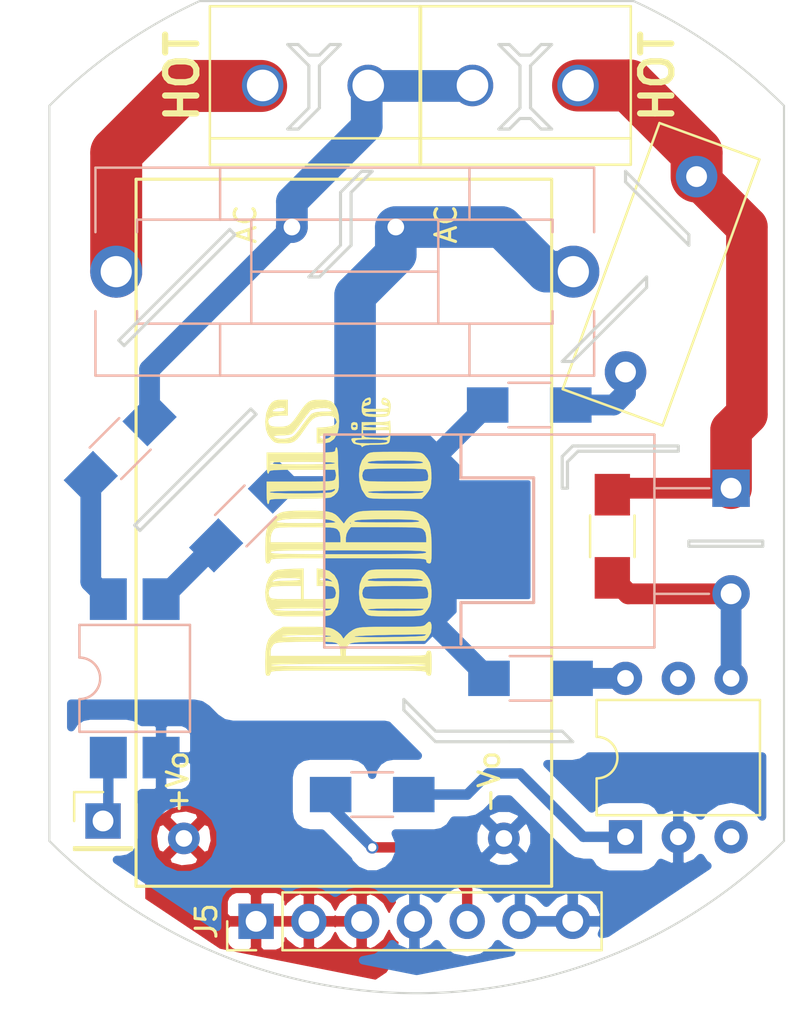
<source format=kicad_pcb>
(kicad_pcb (version 4) (host pcbnew 4.0.6)

  (general
    (links 29)
    (no_connects 0)
    (area 62.711667 90.01 131.176429 146.965333)
    (thickness 1.6)
    (drawings 88)
    (tracks 57)
    (zones 0)
    (modules 17)
    (nets 15)
  )

  (page A4)
  (layers
    (0 F.Cu signal)
    (31 B.Cu signal)
    (32 B.Adhes user)
    (33 F.Adhes user)
    (34 B.Paste user)
    (35 F.Paste user)
    (36 B.SilkS user)
    (37 F.SilkS user)
    (38 B.Mask user)
    (39 F.Mask user)
    (40 Dwgs.User user)
    (41 Cmts.User user)
    (42 Eco1.User user)
    (43 Eco2.User user)
    (44 Edge.Cuts user)
    (45 Margin user hide)
    (46 B.CrtYd user)
    (47 F.CrtYd user)
    (48 B.Fab user)
    (49 F.Fab user)
  )

  (setup
    (last_trace_width 2.5)
    (trace_clearance 0.4)
    (zone_clearance 1)
    (zone_45_only yes)
    (trace_min 0.2)
    (segment_width 0.2)
    (edge_width 0.15)
    (via_size 0.6)
    (via_drill 0.4)
    (via_min_size 0.4)
    (via_min_drill 0.3)
    (uvia_size 0.3)
    (uvia_drill 0.1)
    (uvias_allowed no)
    (uvia_min_size 0.2)
    (uvia_min_drill 0.1)
    (pcb_text_width 0.3)
    (pcb_text_size 1.5 1.5)
    (mod_edge_width 0.15)
    (mod_text_size 1 1)
    (mod_text_width 0.15)
    (pad_size 2.5 2.5)
    (pad_drill 1.52)
    (pad_to_mask_clearance 0.2)
    (aux_axis_origin 0 0)
    (grid_origin 147.955 86.36)
    (visible_elements 7FFEFF7F)
    (pcbplotparams
      (layerselection 0x010ff_80000001)
      (usegerberextensions false)
      (excludeedgelayer true)
      (linewidth 0.100000)
      (plotframeref false)
      (viasonmask false)
      (mode 1)
      (useauxorigin false)
      (hpglpennumber 1)
      (hpglpenspeed 20)
      (hpglpendiameter 15)
      (hpglpenoverlay 2)
      (psnegative false)
      (psa4output false)
      (plotreference false)
      (plotvalue false)
      (plotinvisibletext false)
      (padsonsilk false)
      (subtractmaskfromsilk false)
      (outputformat 1)
      (mirror false)
      (drillshape 0)
      (scaleselection 1)
      (outputdirectory gerber/v2/))
  )

  (net 0 "")
  (net 1 "Net-(D1-Pad3)")
  (net 2 "Net-(F1-Pad1)")
  (net 3 GND)
  (net 4 VCC)
  (net 5 /PHASE1_OUT)
  (net 6 /PHASE)
  (net 7 /ZERO)
  (net 8 /EN1)
  (net 9 "Net-(R2-Pad2)")
  (net 10 "Net-(C1-Pad1)")
  (net 11 "Net-(R5-Pad2)")
  (net 12 "Net-(R6-Pad2)")
  (net 13 /ZC)
  (net 14 "Net-(J5-Pad5)")

  (net_class Default "Это класс цепей по умолчанию."
    (clearance 0.4)
    (trace_width 2.5)
    (via_dia 0.6)
    (via_drill 0.4)
    (uvia_dia 0.3)
    (uvia_drill 0.1)
    (add_net /EN1)
    (add_net /PHASE)
    (add_net /PHASE1_OUT)
    (add_net /ZC)
    (add_net /ZERO)
    (add_net GND)
    (add_net "Net-(C1-Pad1)")
    (add_net "Net-(D1-Pad3)")
    (add_net "Net-(F1-Pad1)")
    (add_net "Net-(J5-Pad5)")
    (add_net "Net-(R2-Pad2)")
    (add_net "Net-(R5-Pad2)")
    (add_net "Net-(R6-Pad2)")
    (add_net VCC)
  )

  (module .pretty:bornier2_2 (layer F.Cu) (tedit 59647C21) (tstamp 596ECB57)
    (at 75.6285 101.5365)
    (descr "Bornier d'alimentation 2 pins")
    (tags DEV)
    (path /595E3F88)
    (fp_text reference J1 (at 2.54 -5.08) (layer F.SilkS) hide
      (effects (font (size 1 1) (thickness 0.15)))
    )
    (fp_text value Screw_Terminal_1x02 (at 2.54 5.08) (layer F.Fab)
      (effects (font (size 1 1) (thickness 0.15)))
    )
    (fp_line (start -2.41 2.55) (end 7.49 2.55) (layer F.Fab) (width 0.1))
    (fp_line (start -2.46 -3.75) (end -2.46 3.75) (layer F.Fab) (width 0.1))
    (fp_line (start -2.46 3.75) (end 7.54 3.75) (layer F.Fab) (width 0.1))
    (fp_line (start 7.54 3.75) (end 7.54 -3.75) (layer F.Fab) (width 0.1))
    (fp_line (start 7.54 -3.75) (end -2.46 -3.75) (layer F.Fab) (width 0.1))
    (fp_line (start 7.62 2.54) (end -2.54 2.54) (layer F.SilkS) (width 0.12))
    (fp_line (start 7.62 3.81) (end 7.62 -3.81) (layer F.SilkS) (width 0.12))
    (fp_line (start 7.62 -3.81) (end -2.54 -3.81) (layer F.SilkS) (width 0.12))
    (fp_line (start -2.54 -3.81) (end -2.54 3.81) (layer F.SilkS) (width 0.12))
    (fp_line (start -2.54 3.81) (end 7.62 3.81) (layer F.SilkS) (width 0.12))
    (fp_line (start -2.71 -4) (end 7.79 -4) (layer F.CrtYd) (width 0.05))
    (fp_line (start -2.71 -4) (end -2.71 4) (layer F.CrtYd) (width 0.05))
    (fp_line (start 7.79 4) (end 7.79 -4) (layer F.CrtYd) (width 0.05))
    (fp_line (start 7.79 4) (end -2.71 4) (layer F.CrtYd) (width 0.05))
    (pad 1 thru_hole circle (at 0 0) (size 2 2) (drill 1.52) (layers *.Cu *.Mask)
      (net 2 "Net-(F1-Pad1)"))
    (pad 2 thru_hole circle (at 5.08 0) (size 2 2) (drill 1.52) (layers *.Cu *.Mask)
      (net 7 /ZERO))
    (model Connectors.3dshapes/bornier2.wrl
      (at (xyz 0 0 0))
      (scale (xyz 1 1 1))
      (rotate (xyz 0 0 0))
    )
  )

  (module .pretty:HLK-PM12 (layer F.Cu) (tedit 596493FB) (tstamp 596C68A9)
    (at 89.535 106.045 270)
    (path /595E2767)
    (fp_text reference U1 (at 18 -2 270) (layer F.SilkS) hide
      (effects (font (size 1 1) (thickness 0.15)))
    )
    (fp_text value HI-LINKPM12 (at 18 -4 270) (layer F.Fab)
      (effects (font (size 1 1) (thickness 0.15)))
    )
    (fp_text user +Vo (at 29 18 270) (layer F.SilkS)
      (effects (font (size 1 1) (thickness 0.15)))
    )
    (fp_text user -Vo (at 29 3 270) (layer F.SilkS)
      (effects (font (size 1 1) (thickness 0.15)))
    )
    (fp_text user AC (at 2.159 14.732 270) (layer F.SilkS)
      (effects (font (size 1 1) (thickness 0.15)))
    )
    (fp_text user AC (at 2.159 5.08 270) (layer F.SilkS)
      (effects (font (size 1 1) (thickness 0.15)))
    )
    (fp_line (start 0 0) (end 34 0) (layer F.SilkS) (width 0.15))
    (fp_line (start 34 0) (end 34 20) (layer F.SilkS) (width 0.15))
    (fp_line (start 34 20) (end 0 20) (layer F.SilkS) (width 0.15))
    (fp_line (start 0 20) (end 0 0) (layer F.SilkS) (width 0.15))
    (pad 1 thru_hole circle (at 2.3 7.5 270) (size 1.524 1.524) (drill 0.8) (layers *.Cu *.Mask)
      (net 6 /PHASE))
    (pad 2 thru_hole circle (at 2.3 12.5 270) (size 1.524 1.524) (drill 0.8) (layers *.Cu *.Mask)
      (net 7 /ZERO))
    (pad 3 thru_hole circle (at 31.7 2.3 270) (size 1.524 1.524) (drill 0.8) (layers *.Cu *.Mask)
      (net 3 GND))
    (pad 4 thru_hole circle (at 31.7 17.7 270) (size 1.524 1.524) (drill 0.8) (layers *.Cu *.Mask)
      (net 4 VCC))
  )

  (module Capacitors_THT:C_Rect_L13.5mm_W5.0mm_P10.00mm_FKS3_FKP3_MKS4 (layer F.Cu) (tedit 596487EC) (tstamp 596EF66E)
    (at 93.091 115.316 70)
    (descr "C, Rect series, Radial, pin pitch=10.00mm, , length*width=13.5*5mm^2, Capacitor, http://www.wima.com/EN/WIMA_FKS_3.pdf, http://www.wima.com/EN/WIMA_MKS_4.pdf")
    (tags "C Rect series Radial pin pitch 10.00mm  length 13.5mm width 5mm Capacitor")
    (path /595F8EC0)
    (fp_text reference C1 (at 5 -3.56 70) (layer F.SilkS) hide
      (effects (font (size 1 1) (thickness 0.15)))
    )
    (fp_text value 0.1u (at 5 3.56 70) (layer F.Fab)
      (effects (font (size 1 1) (thickness 0.15)))
    )
    (fp_line (start -1.75 -2.5) (end -1.75 2.5) (layer F.Fab) (width 0.1))
    (fp_line (start -1.75 2.5) (end 11.75 2.5) (layer F.Fab) (width 0.1))
    (fp_line (start 11.75 2.5) (end 11.75 -2.5) (layer F.Fab) (width 0.1))
    (fp_line (start 11.75 -2.5) (end -1.75 -2.5) (layer F.Fab) (width 0.1))
    (fp_line (start -1.81 -2.56) (end 11.81 -2.56) (layer F.SilkS) (width 0.12))
    (fp_line (start -1.81 2.56) (end 11.81 2.56) (layer F.SilkS) (width 0.12))
    (fp_line (start -1.81 -2.56) (end -1.81 2.56) (layer F.SilkS) (width 0.12))
    (fp_line (start 11.81 -2.56) (end 11.81 2.56) (layer F.SilkS) (width 0.12))
    (fp_line (start -2.1 -2.85) (end -2.1 2.85) (layer F.CrtYd) (width 0.05))
    (fp_line (start -2.1 2.85) (end 12.1 2.85) (layer F.CrtYd) (width 0.05))
    (fp_line (start 12.1 2.85) (end 12.1 -2.85) (layer F.CrtYd) (width 0.05))
    (fp_line (start 12.1 -2.85) (end -2.1 -2.85) (layer F.CrtYd) (width 0.05))
    (pad 1 thru_hole circle (at 0 0 70) (size 2 2) (drill 1) (layers *.Cu *.Mask)
      (net 10 "Net-(C1-Pad1)"))
    (pad 2 thru_hole circle (at 10 0 70) (size 2 2) (drill 1) (layers *.Cu *.Mask)
      (net 5 /PHASE1_OUT))
    (model Capacitors_THT.3dshapes/C_Rect_L13.5mm_W5.0mm_P10.00mm_FKS3_FKP3_MKS4.wrl
      (at (xyz 0 0 0))
      (scale (xyz 0.393701 0.393701 0.393701))
      (rotate (xyz 0 0 0))
    )
  )

  (module .pretty:TO-220_Horizontal_2 (layer B.Cu) (tedit 59635FD8) (tstamp 595F72DA)
    (at 98.171 120.904 270)
    (descr "TO-220, Horizontal, RM 2.54mm")
    (tags "TO-220 Horizontal RM 2.54mm")
    (path /592BD01A)
    (fp_text reference D1 (at 2.54 20.58 270) (layer B.SilkS) hide
      (effects (font (size 1 1) (thickness 0.15)) (justify mirror))
    )
    (fp_text value BT137-600 (at 2.54 -1.9 270) (layer B.Fab)
      (effects (font (size 1 1) (thickness 0.15)) (justify mirror))
    )
    (fp_line (start -2.5 13) (end -0.5 13) (layer B.SilkS) (width 0.15))
    (fp_line (start -0.5 13) (end -0.5 9.5) (layer B.SilkS) (width 0.15))
    (fp_line (start -0.5 9.5) (end 5.5 9.5) (layer B.SilkS) (width 0.15))
    (fp_line (start 5.5 9.5) (end 5.5 13) (layer B.SilkS) (width 0.15))
    (fp_line (start 5.5 13) (end 7.5 13) (layer B.SilkS) (width 0.15))
    (fp_circle (center 2.54 16.66) (end 4.39 16.66) (layer B.Fab) (width 0.1))
    (fp_line (start -2.46 13.06) (end -2.46 19.46) (layer B.Fab) (width 0.1))
    (fp_line (start -2.46 19.46) (end 7.54 19.46) (layer B.Fab) (width 0.1))
    (fp_line (start 7.54 19.46) (end 7.54 13.06) (layer B.Fab) (width 0.1))
    (fp_line (start 7.54 13.06) (end -2.46 13.06) (layer B.Fab) (width 0.1))
    (fp_line (start -2.46 3.81) (end -2.46 13.06) (layer B.Fab) (width 0.1))
    (fp_line (start -2.46 13.06) (end 7.54 13.06) (layer B.Fab) (width 0.1))
    (fp_line (start 7.54 13.06) (end 7.54 3.81) (layer B.Fab) (width 0.1))
    (fp_line (start 7.54 3.81) (end -2.46 3.81) (layer B.Fab) (width 0.1))
    (fp_line (start 0 3.81) (end 0 0) (layer B.Fab) (width 0.1))
    (fp_line (start 5.08 3.81) (end 5.08 0) (layer B.Fab) (width 0.1))
    (fp_line (start -2.58 3.69) (end 7.66 3.69) (layer B.SilkS) (width 0.12))
    (fp_line (start -2.58 19.58) (end 7.66 19.58) (layer B.SilkS) (width 0.12))
    (fp_line (start -2.58 19.58) (end -2.58 3.69) (layer B.SilkS) (width 0.12))
    (fp_line (start 7.66 19.58) (end 7.66 3.69) (layer B.SilkS) (width 0.12))
    (fp_line (start 0 3.69) (end 0 1.05) (layer B.SilkS) (width 0.12))
    (fp_line (start 5.08 3.69) (end 5.08 1.066) (layer B.SilkS) (width 0.12))
    (fp_line (start -2.71 19.71) (end -2.71 -1.15) (layer B.CrtYd) (width 0.05))
    (fp_line (start -2.71 -1.15) (end 7.79 -1.15) (layer B.CrtYd) (width 0.05))
    (fp_line (start 7.79 -1.15) (end 7.79 19.71) (layer B.CrtYd) (width 0.05))
    (fp_line (start 7.79 19.71) (end -2.71 19.71) (layer B.CrtYd) (width 0.05))
    (fp_text user %R (at 2.54 20.58 270) (layer B.Fab)
      (effects (font (size 1 1) (thickness 0.15)) (justify mirror))
    )
    (pad 1 thru_hole rect (at 0 0 270) (size 1.8 1.8) (drill 1) (layers *.Cu *.Mask)
      (net 5 /PHASE1_OUT))
    (pad 3 thru_hole oval (at 5.08 0 270) (size 1.8 1.8) (drill 1) (layers *.Cu *.Mask)
      (net 1 "Net-(D1-Pad3)"))
    (pad 2 smd circle (at 2.55 16.65 270) (size 3.5 3.5) (layers B.Cu B.Paste B.Mask)
      (net 6 /PHASE))
    (model TO_SOT_Packages_THT.3dshapes/TO-220_Horizontal.wrl
      (at (xyz 0.1 0 0))
      (scale (xyz 0.393701 0.393701 0.393701))
      (rotate (xyz 0 0 0))
    )
  )

  (module Resistors_SMD:R_1206_HandSoldering (layer B.Cu) (tedit 59635FDD) (tstamp 596C6877)
    (at 80.899 135.636 180)
    (descr "Resistor SMD 1206, hand soldering")
    (tags "resistor 1206")
    (path /592D4A16)
    (attr smd)
    (fp_text reference R1 (at 0 1.85 180) (layer B.SilkS) hide
      (effects (font (size 1 1) (thickness 0.15)) (justify mirror))
    )
    (fp_text value 360 (at 0 -1.9 180) (layer B.Fab)
      (effects (font (size 1 1) (thickness 0.15)) (justify mirror))
    )
    (fp_text user %R (at 0 1.85 180) (layer B.Fab)
      (effects (font (size 1 1) (thickness 0.15)) (justify mirror))
    )
    (fp_line (start -1.6 -0.8) (end -1.6 0.8) (layer B.Fab) (width 0.1))
    (fp_line (start 1.6 -0.8) (end -1.6 -0.8) (layer B.Fab) (width 0.1))
    (fp_line (start 1.6 0.8) (end 1.6 -0.8) (layer B.Fab) (width 0.1))
    (fp_line (start -1.6 0.8) (end 1.6 0.8) (layer B.Fab) (width 0.1))
    (fp_line (start 1 -1.07) (end -1 -1.07) (layer B.SilkS) (width 0.12))
    (fp_line (start -1 1.07) (end 1 1.07) (layer B.SilkS) (width 0.12))
    (fp_line (start -3.25 1.11) (end 3.25 1.11) (layer B.CrtYd) (width 0.05))
    (fp_line (start -3.25 1.11) (end -3.25 -1.1) (layer B.CrtYd) (width 0.05))
    (fp_line (start 3.25 -1.1) (end 3.25 1.11) (layer B.CrtYd) (width 0.05))
    (fp_line (start 3.25 -1.1) (end -3.25 -1.1) (layer B.CrtYd) (width 0.05))
    (pad 1 smd rect (at -2 0 180) (size 2 1.7) (layers B.Cu B.Paste B.Mask)
      (net 8 /EN1))
    (pad 2 smd rect (at 2 0 180) (size 2 1.7) (layers B.Cu B.Paste B.Mask)
      (net 14 "Net-(J5-Pad5)"))
    (model Resistors_SMD.3dshapes/R_1206.wrl
      (at (xyz 0 0 0))
      (scale (xyz 1 1 1))
      (rotate (xyz 0 0 0))
    )
  )

  (module Resistors_SMD:R_1206_HandSoldering (layer B.Cu) (tedit 59635F83) (tstamp 596C6888)
    (at 88.519 130.048)
    (descr "Resistor SMD 1206, hand soldering")
    (tags "resistor 1206")
    (path /59268ACE)
    (attr smd)
    (fp_text reference R2 (at 0 1.85) (layer B.SilkS) hide
      (effects (font (size 1 1) (thickness 0.15)) (justify mirror))
    )
    (fp_text value 360 (at 0 -1.9) (layer B.Fab)
      (effects (font (size 1 1) (thickness 0.15)) (justify mirror))
    )
    (fp_text user %R (at 0 1.85) (layer B.Fab)
      (effects (font (size 1 1) (thickness 0.15)) (justify mirror))
    )
    (fp_line (start -1.6 -0.8) (end -1.6 0.8) (layer B.Fab) (width 0.1))
    (fp_line (start 1.6 -0.8) (end -1.6 -0.8) (layer B.Fab) (width 0.1))
    (fp_line (start 1.6 0.8) (end 1.6 -0.8) (layer B.Fab) (width 0.1))
    (fp_line (start -1.6 0.8) (end 1.6 0.8) (layer B.Fab) (width 0.1))
    (fp_line (start 1 -1.07) (end -1 -1.07) (layer B.SilkS) (width 0.12))
    (fp_line (start -1 1.07) (end 1 1.07) (layer B.SilkS) (width 0.12))
    (fp_line (start -3.25 1.11) (end 3.25 1.11) (layer B.CrtYd) (width 0.05))
    (fp_line (start -3.25 1.11) (end -3.25 -1.1) (layer B.CrtYd) (width 0.05))
    (fp_line (start 3.25 -1.1) (end 3.25 1.11) (layer B.CrtYd) (width 0.05))
    (fp_line (start 3.25 -1.1) (end -3.25 -1.1) (layer B.CrtYd) (width 0.05))
    (pad 1 smd rect (at -2 0) (size 2 1.7) (layers B.Cu B.Paste B.Mask)
      (net 6 /PHASE))
    (pad 2 smd rect (at 2 0) (size 2 1.7) (layers B.Cu B.Paste B.Mask)
      (net 9 "Net-(R2-Pad2)"))
    (model Resistors_SMD.3dshapes/R_1206.wrl
      (at (xyz 0 0 0))
      (scale (xyz 1 1 1))
      (rotate (xyz 0 0 0))
    )
  )

  (module Housings_DIP:DIP-6_W7.62mm (layer F.Cu) (tedit 59635FE1) (tstamp 596C68C2)
    (at 93.091 137.668 90)
    (descr "6-lead dip package, row spacing 7.62 mm (300 mils)")
    (tags "DIL DIP PDIP 2.54mm 7.62mm 300mil")
    (path /592D387D)
    (fp_text reference U2 (at 3.81 -2.39 90) (layer F.SilkS) hide
      (effects (font (size 1 1) (thickness 0.15)))
    )
    (fp_text value MOC3063M (at 3.81 7.47 90) (layer F.Fab)
      (effects (font (size 1 1) (thickness 0.15)))
    )
    (fp_arc (start 3.81 -1.39) (end 2.81 -1.39) (angle -180) (layer F.SilkS) (width 0.12))
    (fp_line (start 1.635 -1.27) (end 6.985 -1.27) (layer F.Fab) (width 0.1))
    (fp_line (start 6.985 -1.27) (end 6.985 6.35) (layer F.Fab) (width 0.1))
    (fp_line (start 6.985 6.35) (end 0.635 6.35) (layer F.Fab) (width 0.1))
    (fp_line (start 0.635 6.35) (end 0.635 -0.27) (layer F.Fab) (width 0.1))
    (fp_line (start 0.635 -0.27) (end 1.635 -1.27) (layer F.Fab) (width 0.1))
    (fp_line (start 2.81 -1.39) (end 1.04 -1.39) (layer F.SilkS) (width 0.12))
    (fp_line (start 1.04 -1.39) (end 1.04 6.47) (layer F.SilkS) (width 0.12))
    (fp_line (start 1.04 6.47) (end 6.58 6.47) (layer F.SilkS) (width 0.12))
    (fp_line (start 6.58 6.47) (end 6.58 -1.39) (layer F.SilkS) (width 0.12))
    (fp_line (start 6.58 -1.39) (end 4.81 -1.39) (layer F.SilkS) (width 0.12))
    (fp_line (start -1.1 -1.6) (end -1.1 6.6) (layer F.CrtYd) (width 0.05))
    (fp_line (start -1.1 6.6) (end 8.7 6.6) (layer F.CrtYd) (width 0.05))
    (fp_line (start 8.7 6.6) (end 8.7 -1.6) (layer F.CrtYd) (width 0.05))
    (fp_line (start 8.7 -1.6) (end -1.1 -1.6) (layer F.CrtYd) (width 0.05))
    (pad 1 thru_hole rect (at 0 0 90) (size 1.6 1.6) (drill 0.8) (layers *.Cu *.Mask)
      (net 8 /EN1))
    (pad 4 thru_hole oval (at 7.62 5.08 90) (size 1.6 1.6) (drill 0.8) (layers *.Cu *.Mask)
      (net 1 "Net-(D1-Pad3)"))
    (pad 2 thru_hole oval (at 0 2.54 90) (size 1.6 1.6) (drill 0.8) (layers *.Cu *.Mask)
      (net 3 GND))
    (pad 5 thru_hole oval (at 7.62 2.54 90) (size 1.6 1.6) (drill 0.8) (layers *.Cu *.Mask))
    (pad 3 thru_hole oval (at 0 5.08 90) (size 1.6 1.6) (drill 0.8) (layers *.Cu *.Mask))
    (pad 6 thru_hole oval (at 7.62 0 90) (size 1.6 1.6) (drill 0.8) (layers *.Cu *.Mask)
      (net 9 "Net-(R2-Pad2)"))
    (model Housings_DIP.3dshapes/DIP-6_W7.62mm.wrl
      (at (xyz 0 0 0))
      (scale (xyz 1 1 1))
      (rotate (xyz 0 0 0))
    )
  )

  (module .pretty:bornier2_2 (layer F.Cu) (tedit 59647C28) (tstamp 596ECB6B)
    (at 85.725 101.5365)
    (descr "Bornier d'alimentation 2 pins")
    (tags DEV)
    (path /595E40C7)
    (fp_text reference J2 (at 2.54 -5.08) (layer F.SilkS) hide
      (effects (font (size 1 1) (thickness 0.15)))
    )
    (fp_text value Screw_Terminal_1x02 (at 2.54 5.08) (layer F.Fab)
      (effects (font (size 1 1) (thickness 0.15)))
    )
    (fp_line (start -2.41 2.55) (end 7.49 2.55) (layer F.Fab) (width 0.1))
    (fp_line (start -2.46 -3.75) (end -2.46 3.75) (layer F.Fab) (width 0.1))
    (fp_line (start -2.46 3.75) (end 7.54 3.75) (layer F.Fab) (width 0.1))
    (fp_line (start 7.54 3.75) (end 7.54 -3.75) (layer F.Fab) (width 0.1))
    (fp_line (start 7.54 -3.75) (end -2.46 -3.75) (layer F.Fab) (width 0.1))
    (fp_line (start 7.62 2.54) (end -2.54 2.54) (layer F.SilkS) (width 0.12))
    (fp_line (start 7.62 3.81) (end 7.62 -3.81) (layer F.SilkS) (width 0.12))
    (fp_line (start 7.62 -3.81) (end -2.54 -3.81) (layer F.SilkS) (width 0.12))
    (fp_line (start -2.54 -3.81) (end -2.54 3.81) (layer F.SilkS) (width 0.12))
    (fp_line (start -2.54 3.81) (end 7.62 3.81) (layer F.SilkS) (width 0.12))
    (fp_line (start -2.71 -4) (end 7.79 -4) (layer F.CrtYd) (width 0.05))
    (fp_line (start -2.71 -4) (end -2.71 4) (layer F.CrtYd) (width 0.05))
    (fp_line (start 7.79 4) (end 7.79 -4) (layer F.CrtYd) (width 0.05))
    (fp_line (start 7.79 4) (end -2.71 4) (layer F.CrtYd) (width 0.05))
    (pad 1 thru_hole circle (at 0 0) (size 2 2) (drill 1.52) (layers *.Cu *.Mask)
      (net 7 /ZERO))
    (pad 2 thru_hole circle (at 5.08 0) (size 2 2) (drill 1.52) (layers *.Cu *.Mask)
      (net 5 /PHASE1_OUT))
    (model Connectors.3dshapes/bornier2.wrl
      (at (xyz 0 0 0))
      (scale (xyz 1 1 1))
      (rotate (xyz 0 0 0))
    )
  )

  (module Resistors_SMD:R_1206_HandSoldering (layer F.Cu) (tedit 59647EC2) (tstamp 596ECB7C)
    (at 92.456 123.2154 270)
    (descr "Resistor SMD 1206, hand soldering")
    (tags "resistor 1206")
    (path /59268D3B)
    (attr smd)
    (fp_text reference R4 (at 0 -1.85 270) (layer F.SilkS) hide
      (effects (font (size 1 1) (thickness 0.15)))
    )
    (fp_text value 360 (at 0 1.9 270) (layer F.Fab)
      (effects (font (size 1 1) (thickness 0.15)))
    )
    (fp_text user %R (at 0 -1.85 270) (layer F.Fab)
      (effects (font (size 1 1) (thickness 0.15)))
    )
    (fp_line (start -1.6 0.8) (end -1.6 -0.8) (layer F.Fab) (width 0.1))
    (fp_line (start 1.6 0.8) (end -1.6 0.8) (layer F.Fab) (width 0.1))
    (fp_line (start 1.6 -0.8) (end 1.6 0.8) (layer F.Fab) (width 0.1))
    (fp_line (start -1.6 -0.8) (end 1.6 -0.8) (layer F.Fab) (width 0.1))
    (fp_line (start 1 1.07) (end -1 1.07) (layer F.SilkS) (width 0.12))
    (fp_line (start -1 -1.07) (end 1 -1.07) (layer F.SilkS) (width 0.12))
    (fp_line (start -3.25 -1.11) (end 3.25 -1.11) (layer F.CrtYd) (width 0.05))
    (fp_line (start -3.25 -1.11) (end -3.25 1.1) (layer F.CrtYd) (width 0.05))
    (fp_line (start 3.25 1.1) (end 3.25 -1.11) (layer F.CrtYd) (width 0.05))
    (fp_line (start 3.25 1.1) (end -3.25 1.1) (layer F.CrtYd) (width 0.05))
    (pad 1 smd rect (at -2 0 270) (size 2 1.7) (layers F.Cu F.Paste F.Mask)
      (net 5 /PHASE1_OUT))
    (pad 2 smd rect (at 2 0 270) (size 2 1.7) (layers F.Cu F.Paste F.Mask)
      (net 1 "Net-(D1-Pad3)"))
    (model Resistors_SMD.3dshapes/R_1206.wrl
      (at (xyz 0 0 0))
      (scale (xyz 1 1 1))
      (rotate (xyz 0 0 0))
    )
  )

  (module Resistors_SMD:R_1206_HandSoldering (layer B.Cu) (tedit 596487F4) (tstamp 596ECB8D)
    (at 68.7705 118.999 225)
    (descr "Resistor SMD 1206, hand soldering")
    (tags "resistor 1206")
    (path /59638995)
    (attr smd)
    (fp_text reference R5 (at 0 1.85 225) (layer B.SilkS) hide
      (effects (font (size 1 1) (thickness 0.15)) (justify mirror))
    )
    (fp_text value 68k (at 0 -1.9 225) (layer B.Fab)
      (effects (font (size 1 1) (thickness 0.15)) (justify mirror))
    )
    (fp_text user %R (at 0 1.85 225) (layer B.Fab) hide
      (effects (font (size 1 1) (thickness 0.15)) (justify mirror))
    )
    (fp_line (start -1.6 -0.8) (end -1.6 0.8) (layer B.Fab) (width 0.1))
    (fp_line (start 1.6 -0.8) (end -1.6 -0.8) (layer B.Fab) (width 0.1))
    (fp_line (start 1.6 0.8) (end 1.6 -0.8) (layer B.Fab) (width 0.1))
    (fp_line (start -1.6 0.8) (end 1.6 0.8) (layer B.Fab) (width 0.1))
    (fp_line (start 1 -1.07) (end -1 -1.07) (layer B.SilkS) (width 0.12))
    (fp_line (start -1 1.07) (end 1 1.07) (layer B.SilkS) (width 0.12))
    (fp_line (start -3.25 1.11) (end 3.25 1.11) (layer B.CrtYd) (width 0.05))
    (fp_line (start -3.25 1.11) (end -3.25 -1.1) (layer B.CrtYd) (width 0.05))
    (fp_line (start 3.25 -1.1) (end 3.25 1.11) (layer B.CrtYd) (width 0.05))
    (fp_line (start 3.25 -1.1) (end -3.25 -1.1) (layer B.CrtYd) (width 0.05))
    (pad 1 smd rect (at -2 0 225) (size 2 1.7) (layers B.Cu B.Paste B.Mask)
      (net 7 /ZERO))
    (pad 2 smd rect (at 2 0 225) (size 2 1.7) (layers B.Cu B.Paste B.Mask)
      (net 11 "Net-(R5-Pad2)"))
    (model Resistors_SMD.3dshapes/R_1206.wrl
      (at (xyz 0 0 0))
      (scale (xyz 1 1 1))
      (rotate (xyz 0 0 0))
    )
  )

  (module Resistors_SMD:R_1206_HandSoldering (layer B.Cu) (tedit 596487F1) (tstamp 596ECB9E)
    (at 74.803 122.2375 225)
    (descr "Resistor SMD 1206, hand soldering")
    (tags "resistor 1206")
    (path /59638A8F)
    (attr smd)
    (fp_text reference R6 (at 0 1.850001 225) (layer B.SilkS) hide
      (effects (font (size 1 1) (thickness 0.15)) (justify mirror))
    )
    (fp_text value 68k (at 0 -1.9 225) (layer B.Fab)
      (effects (font (size 1 1) (thickness 0.15)) (justify mirror))
    )
    (fp_text user %R (at 0 1.850001 225) (layer B.Fab) hide
      (effects (font (size 1 1) (thickness 0.15)) (justify mirror))
    )
    (fp_line (start -1.6 -0.8) (end -1.6 0.8) (layer B.Fab) (width 0.1))
    (fp_line (start 1.6 -0.8) (end -1.6 -0.8) (layer B.Fab) (width 0.1))
    (fp_line (start 1.6 0.8) (end 1.6 -0.8) (layer B.Fab) (width 0.1))
    (fp_line (start -1.6 0.8) (end 1.6 0.8) (layer B.Fab) (width 0.1))
    (fp_line (start 1 -1.07) (end -1 -1.07) (layer B.SilkS) (width 0.12))
    (fp_line (start -1 1.07) (end 1 1.07) (layer B.SilkS) (width 0.12))
    (fp_line (start -3.25 1.11) (end 3.25 1.11) (layer B.CrtYd) (width 0.05))
    (fp_line (start -3.25 1.11) (end -3.25 -1.1) (layer B.CrtYd) (width 0.05))
    (fp_line (start 3.25 -1.1) (end 3.25 1.11) (layer B.CrtYd) (width 0.05))
    (fp_line (start 3.25 -1.1) (end -3.25 -1.1) (layer B.CrtYd) (width 0.05))
    (pad 1 smd rect (at -2 0 225) (size 2 1.7) (layers B.Cu B.Paste B.Mask)
      (net 6 /PHASE))
    (pad 2 smd rect (at 2 0 225) (size 2 1.7) (layers B.Cu B.Paste B.Mask)
      (net 12 "Net-(R6-Pad2)"))
    (model Resistors_SMD.3dshapes/R_1206.wrl
      (at (xyz 0 0 0))
      (scale (xyz 1 1 1))
      (rotate (xyz 0 0 0))
    )
  )

  (module Housings_DIP:DIP-4_W7.62mm_SMD (layer B.Cu) (tedit 59649407) (tstamp 596ECBB5)
    (at 69.469 130.048 270)
    (descr "4-lead dip package, row spacing 7.62 mm (300 mils), SMD")
    (tags "DIL DIP PDIP 2.54mm 7.62mm 300mil SMD")
    (path /596387F9)
    (attr smd)
    (fp_text reference U3 (at 0 3.66 270) (layer B.SilkS) hide
      (effects (font (size 1 1) (thickness 0.15)) (justify mirror))
    )
    (fp_text value LTV-814 (at 0 -3.66 270) (layer B.Fab)
      (effects (font (size 1 1) (thickness 0.15)) (justify mirror))
    )
    (fp_arc (start 0 2.66) (end -1 2.66) (angle 180) (layer B.SilkS) (width 0.12))
    (fp_line (start -2.175 2.54) (end 3.175 2.54) (layer B.Fab) (width 0.1))
    (fp_line (start 3.175 2.54) (end 3.175 -2.54) (layer B.Fab) (width 0.1))
    (fp_line (start 3.175 -2.54) (end -3.175 -2.54) (layer B.Fab) (width 0.1))
    (fp_line (start -3.175 -2.54) (end -3.175 1.54) (layer B.Fab) (width 0.1))
    (fp_line (start -3.175 1.54) (end -2.175 2.54) (layer B.Fab) (width 0.1))
    (fp_line (start -1 2.66) (end -2.57 2.66) (layer B.SilkS) (width 0.12))
    (fp_line (start -2.57 2.66) (end -2.57 -2.66) (layer B.SilkS) (width 0.12))
    (fp_line (start -2.57 -2.66) (end 2.57 -2.66) (layer B.SilkS) (width 0.12))
    (fp_line (start 2.57 -2.66) (end 2.57 2.66) (layer B.SilkS) (width 0.12))
    (fp_line (start 2.57 2.66) (end 1 2.66) (layer B.SilkS) (width 0.12))
    (fp_line (start -5.1 2.8) (end -5.1 -2.8) (layer B.CrtYd) (width 0.05))
    (fp_line (start -5.1 -2.8) (end 5.1 -2.8) (layer B.CrtYd) (width 0.05))
    (fp_line (start 5.1 -2.8) (end 5.1 2.8) (layer B.CrtYd) (width 0.05))
    (fp_line (start 5.1 2.8) (end -5.1 2.8) (layer B.CrtYd) (width 0.05))
    (pad 1 smd rect (at -3.81 1.27 270) (size 2 1.78) (layers B.Cu B.Mask)
      (net 11 "Net-(R5-Pad2)"))
    (pad 3 smd rect (at 3.81 -1.27 270) (size 2 1.78) (layers B.Cu B.Mask)
      (net 3 GND))
    (pad 2 smd rect (at -3.81 -1.27 270) (size 2 1.78) (layers B.Cu B.Mask)
      (net 12 "Net-(R6-Pad2)"))
    (pad 4 smd rect (at 3.81 1.27 270) (size 2 1.78) (layers B.Cu B.Mask)
      (net 13 /ZC))
    (model Housings_DIP.3dshapes/DIP-4_W7.62mm_SMD.wrl
      (at (xyz 0 0 0))
      (scale (xyz 1 1 1))
      (rotate (xyz 0 0 0))
    )
  )

  (module .pretty:Fuseholder5x20_horiz_SemiClosed_Casing10x25mm_2 (layer B.Cu) (tedit 59649401) (tstamp 596EF69A)
    (at 68.58 110.49)
    (descr "Fuseholder, 5x20, Semi closed, horizontal, Casing 10x25mm,")
    (tags "Fuseholder 5x20 Semi closed horizontal Casing 10x25mm Sicherungshalter halbgeschlossen ")
    (path /5954B07E)
    (fp_text reference F1 (at 11 7.62) (layer B.SilkS) hide
      (effects (font (size 1 1) (thickness 0.15)) (justify mirror))
    )
    (fp_text value Fuse (at 12.27 -7.62) (layer B.Fab)
      (effects (font (size 1 1) (thickness 0.15)) (justify mirror))
    )
    (fp_line (start 5 -2.5) (end 5 -4.9) (layer B.Fab) (width 0.1))
    (fp_line (start 17 2.5) (end 17 4.9) (layer B.Fab) (width 0.1))
    (fp_line (start 17 -2.5) (end 17 -4.95) (layer B.Fab) (width 0.1))
    (fp_line (start 15.5 2.5) (end 15.5 -2.5) (layer B.Fab) (width 0.1))
    (fp_line (start 6.5 0) (end 15.5 0) (layer B.Fab) (width 0.1))
    (fp_line (start 6.5 2.5) (end 6.5 -2.5) (layer B.Fab) (width 0.1))
    (fp_line (start 5 4.9) (end 5 2.5) (layer B.Fab) (width 0.1))
    (fp_line (start 1 2.5) (end 1 -2.5) (layer B.Fab) (width 0.1))
    (fp_line (start 1 -2.5) (end 21 -2.5) (layer B.Fab) (width 0.1))
    (fp_line (start 21 -2.5) (end 21 2.5) (layer B.Fab) (width 0.1))
    (fp_line (start 21 2.5) (end 1 2.5) (layer B.Fab) (width 0.1))
    (fp_line (start -0.9 4.9) (end -0.9 -4.9) (layer B.Fab) (width 0.1))
    (fp_line (start -0.9 -4.9) (end 22.9 -4.9) (layer B.Fab) (width 0.1))
    (fp_line (start 22.9 -4.9) (end 22.9 4.9) (layer B.Fab) (width 0.1))
    (fp_line (start 22.9 4.9) (end -0.9 4.9) (layer B.Fab) (width 0.1))
    (fp_line (start 5 2.5) (end 5 5) (layer B.SilkS) (width 0.12))
    (fp_line (start 5 -5) (end 5 -2.5) (layer B.SilkS) (width 0.12))
    (fp_line (start 17 -5) (end 17 -2.5) (layer B.SilkS) (width 0.12))
    (fp_line (start 17 5) (end 17 2.5) (layer B.SilkS) (width 0.12))
    (fp_line (start 6.5 0) (end 15.5 0) (layer B.SilkS) (width 0.12))
    (fp_line (start 6.5 2.5) (end 6.5 -2.5) (layer B.SilkS) (width 0.12))
    (fp_line (start 15.5 2.5) (end 15.5 -2.5) (layer B.SilkS) (width 0.12))
    (fp_line (start 21 1.9) (end 21 2.5) (layer B.SilkS) (width 0.12))
    (fp_line (start 1 -1.9) (end 1 -2.5) (layer B.SilkS) (width 0.12))
    (fp_line (start 1 -2.5) (end 21 -2.5) (layer B.SilkS) (width 0.12))
    (fp_line (start 21 -2.5) (end 21 -1.9) (layer B.SilkS) (width 0.12))
    (fp_line (start 21 2.5) (end 1 2.5) (layer B.SilkS) (width 0.12))
    (fp_line (start 1 2.5) (end 1 1.9) (layer B.SilkS) (width 0.12))
    (fp_line (start 23 1.9) (end 23 5) (layer B.SilkS) (width 0.12))
    (fp_line (start -1 -1.9) (end -1 -5) (layer B.SilkS) (width 0.12))
    (fp_line (start -1 -5) (end 23 -5) (layer B.SilkS) (width 0.12))
    (fp_line (start 23 -5) (end 23 -1.9) (layer B.SilkS) (width 0.12))
    (fp_line (start 23 5) (end -1 5) (layer B.SilkS) (width 0.12))
    (fp_line (start -1 5) (end -1 1.9) (layer B.SilkS) (width 0.12))
    (fp_line (start -1.5 5.15) (end 23.5 5.15) (layer B.CrtYd) (width 0.05))
    (fp_line (start -1.5 5.15) (end -1.5 -5.2) (layer B.CrtYd) (width 0.05))
    (fp_line (start 23.5 -5.2) (end 23.5 5.15) (layer B.CrtYd) (width 0.05))
    (fp_line (start 23.5 -5.2) (end -1.5 -5.2) (layer B.CrtYd) (width 0.05))
    (pad 2 thru_hole oval (at 22 0 90) (size 2.5 2.5) (drill 1.5) (layers *.Cu *.Mask)
      (net 6 /PHASE))
    (pad 1 thru_hole oval (at 0 0 90) (size 2.5 2.5) (drill 1.5) (layers *.Cu *.Mask)
      (net 2 "Net-(F1-Pad1)"))
  )

  (module Resistors_SMD:R_1206_HandSoldering (layer B.Cu) (tedit 59647EC8) (tstamp 596EF6AB)
    (at 88.4555 116.9035 180)
    (descr "Resistor SMD 1206, hand soldering")
    (tags "resistor 1206")
    (path /595F8E2E)
    (attr smd)
    (fp_text reference R3 (at 0 1.85 180) (layer B.SilkS) hide
      (effects (font (size 1 1) (thickness 0.15)) (justify mirror))
    )
    (fp_text value 39 (at 0 -1.9 180) (layer B.Fab)
      (effects (font (size 1 1) (thickness 0.15)) (justify mirror))
    )
    (fp_text user %R (at 0 1.85 180) (layer B.Fab)
      (effects (font (size 1 1) (thickness 0.15)) (justify mirror))
    )
    (fp_line (start -1.6 -0.8) (end -1.6 0.8) (layer B.Fab) (width 0.1))
    (fp_line (start 1.6 -0.8) (end -1.6 -0.8) (layer B.Fab) (width 0.1))
    (fp_line (start 1.6 0.8) (end 1.6 -0.8) (layer B.Fab) (width 0.1))
    (fp_line (start -1.6 0.8) (end 1.6 0.8) (layer B.Fab) (width 0.1))
    (fp_line (start 1 -1.07) (end -1 -1.07) (layer B.SilkS) (width 0.12))
    (fp_line (start -1 1.07) (end 1 1.07) (layer B.SilkS) (width 0.12))
    (fp_line (start -3.25 1.11) (end 3.25 1.11) (layer B.CrtYd) (width 0.05))
    (fp_line (start -3.25 1.11) (end -3.25 -1.1) (layer B.CrtYd) (width 0.05))
    (fp_line (start 3.25 -1.1) (end 3.25 1.11) (layer B.CrtYd) (width 0.05))
    (fp_line (start 3.25 -1.1) (end -3.25 -1.1) (layer B.CrtYd) (width 0.05))
    (pad 1 smd rect (at -2 0 180) (size 2 1.7) (layers B.Cu B.Paste B.Mask)
      (net 10 "Net-(C1-Pad1)"))
    (pad 2 smd rect (at 2 0 180) (size 2 1.7) (layers B.Cu B.Paste B.Mask)
      (net 6 /PHASE))
    (model Resistors_SMD.3dshapes/R_1206.wrl
      (at (xyz 0 0 0))
      (scale (xyz 1 1 1))
      (rotate (xyz 0 0 0))
    )
  )

  (module Pin_Headers:Pin_Header_Straight_1x07_Pitch2.54mm (layer F.Cu) (tedit 5862ED52) (tstamp 596EFE14)
    (at 75.311 141.732 90)
    (descr "Through hole straight pin header, 1x07, 2.54mm pitch, single row")
    (tags "Through hole pin header THT 1x07 2.54mm single row")
    (path /5964B98E)
    (fp_text reference J5 (at 0 -2.39 90) (layer F.SilkS)
      (effects (font (size 1 1) (thickness 0.15)))
    )
    (fp_text value CONN_01X07 (at 0 17.63 90) (layer F.Fab)
      (effects (font (size 1 1) (thickness 0.15)))
    )
    (fp_line (start -1.27 -1.27) (end -1.27 16.51) (layer F.Fab) (width 0.1))
    (fp_line (start -1.27 16.51) (end 1.27 16.51) (layer F.Fab) (width 0.1))
    (fp_line (start 1.27 16.51) (end 1.27 -1.27) (layer F.Fab) (width 0.1))
    (fp_line (start 1.27 -1.27) (end -1.27 -1.27) (layer F.Fab) (width 0.1))
    (fp_line (start -1.39 1.27) (end -1.39 16.63) (layer F.SilkS) (width 0.12))
    (fp_line (start -1.39 16.63) (end 1.39 16.63) (layer F.SilkS) (width 0.12))
    (fp_line (start 1.39 16.63) (end 1.39 1.27) (layer F.SilkS) (width 0.12))
    (fp_line (start 1.39 1.27) (end -1.39 1.27) (layer F.SilkS) (width 0.12))
    (fp_line (start -1.39 0) (end -1.39 -1.39) (layer F.SilkS) (width 0.12))
    (fp_line (start -1.39 -1.39) (end 0 -1.39) (layer F.SilkS) (width 0.12))
    (fp_line (start -1.6 -1.6) (end -1.6 16.8) (layer F.CrtYd) (width 0.05))
    (fp_line (start -1.6 16.8) (end 1.6 16.8) (layer F.CrtYd) (width 0.05))
    (fp_line (start 1.6 16.8) (end 1.6 -1.6) (layer F.CrtYd) (width 0.05))
    (fp_line (start 1.6 -1.6) (end -1.6 -1.6) (layer F.CrtYd) (width 0.05))
    (pad 1 thru_hole rect (at 0 0 90) (size 1.7 1.7) (drill 1) (layers *.Cu *.Mask)
      (net 4 VCC))
    (pad 2 thru_hole oval (at 0 2.54 90) (size 1.7 1.7) (drill 1) (layers *.Cu *.Mask)
      (net 4 VCC))
    (pad 3 thru_hole oval (at 0 5.08 90) (size 1.7 1.7) (drill 1) (layers *.Cu *.Mask)
      (net 4 VCC))
    (pad 4 thru_hole oval (at 0 7.62 90) (size 1.7 1.7) (drill 1) (layers *.Cu *.Mask)
      (net 3 GND))
    (pad 5 thru_hole oval (at 0 10.16 90) (size 1.7 1.7) (drill 1) (layers *.Cu *.Mask)
      (net 14 "Net-(J5-Pad5)"))
    (pad 6 thru_hole oval (at 0 12.7 90) (size 1.7 1.7) (drill 1) (layers *.Cu *.Mask)
      (net 3 GND))
    (pad 7 thru_hole oval (at 0 15.24 90) (size 1.7 1.7) (drill 1) (layers *.Cu *.Mask)
      (net 3 GND))
    (model Pin_Headers.3dshapes/Pin_Header_Straight_1x07_Pitch2.54mm.wrl
      (at (xyz 0 -0.3 0))
      (scale (xyz 1 1 1))
      (rotate (xyz 0 0 90))
    )
  )

  (module .pretty:LOGO_SILK (layer F.Cu) (tedit 595F8ADD) (tstamp 596F0025)
    (at 79.883 123.444 90)
    (fp_text reference G*** (at 0.4 -8.1 90) (layer F.SilkS) hide
      (effects (font (thickness 0.3)))
    )
    (fp_text value LOGO (at 0.2 -10.8 90) (layer F.SilkS) hide
      (effects (font (thickness 0.3)))
    )
    (fp_poly (pts (xy -5.3279 -4.113765) (xy -4.990544 -4.06663) (xy -4.731663 -3.977201) (xy -4.528187 -3.836584)
      (xy -4.357046 -3.635885) (xy -4.310799 -3.566167) (xy -4.127501 -3.277136) (xy -4.127501 -2.175789)
      (xy -4.128943 -1.766189) (xy -4.134662 -1.461505) (xy -4.146744 -1.239669) (xy -4.167274 -1.078618)
      (xy -4.19834 -0.956284) (xy -4.242027 -0.850602) (xy -4.255317 -0.823899) (xy -4.372576 -0.641141)
      (xy -4.506392 -0.496006) (xy -4.540674 -0.470134) (xy -4.698214 -0.36691) (xy -4.538086 -0.240953)
      (xy -4.404669 -0.100933) (xy -4.276436 0.086757) (xy -4.252729 0.130472) (xy -4.213388 0.216696)
      (xy -4.183216 0.313124) (xy -4.161013 0.437048) (xy -4.145578 0.605759) (xy -4.135713 0.836549)
      (xy -4.130217 1.146709) (xy -4.127889 1.553531) (xy -4.127501 1.934841) (xy -4.127008 2.420771)
      (xy -4.124726 2.795553) (xy -4.119448 3.07504) (xy -4.109966 3.275082) (xy -4.095072 3.411532)
      (xy -4.073561 3.500241) (xy -4.044224 3.55706) (xy -4.005855 3.597841) (xy -4.0005 3.602483)
      (xy -3.886369 3.731283) (xy -3.892363 3.819078) (xy -4.018309 3.865561) (xy -4.15571 3.8735)
      (xy -4.404421 3.842223) (xy -4.598258 3.735288) (xy -4.616085 3.720377) (xy -4.79425 3.567254)
      (xy -4.826 1.790146) (xy -4.835952 1.264921) (xy -4.836264 1.251601) (xy -4.626457 1.251601)
      (xy -4.624063 1.638717) (xy -4.619091 2.035968) (xy -4.611767 2.423888) (xy -4.602317 2.783009)
      (xy -4.590968 3.093865) (xy -4.577947 3.336987) (xy -4.56348 3.49291) (xy -4.552378 3.540125)
      (xy -4.499623 3.611259) (xy -4.488878 3.619587) (xy -4.486807 3.558854) (xy -4.487106 3.387526)
      (xy -4.489588 3.121982) (xy -4.494065 2.778603) (xy -4.500348 2.373766) (xy -4.508249 1.923852)
      (xy -4.5085 1.910282) (xy -4.51875 1.455977) (xy -4.531522 1.04328) (xy -4.54601 0.68924)
      (xy -4.561408 0.410904) (xy -4.576909 0.22532) (xy -4.591705 0.149535) (xy -4.591824 0.149412)
      (xy -4.605719 0.193841) (xy -4.615904 0.345741) (xy -4.622604 0.585646) (xy -4.626046 0.894088)
      (xy -4.626457 1.251601) (xy -4.836264 1.251601) (xy -4.845649 0.851823) (xy -4.856281 0.535988)
      (xy -4.869035 0.30255) (xy -4.885101 0.136645) (xy -4.905665 0.023409) (xy -4.931917 -0.052023)
      (xy -4.965043 -0.104516) (xy -4.978717 -0.120481) (xy -5.161311 -0.232329) (xy -5.312092 -0.254)
      (xy -5.5245 -0.254) (xy -5.5245 1.68275) (xy -5.52426 2.229025) (xy -5.52296 2.661568)
      (xy -5.519729 2.993643) (xy -5.513698 3.238519) (xy -5.503997 3.40946) (xy -5.489756 3.519735)
      (xy -5.470106 3.582608) (xy -5.444175 3.611348) (xy -5.411094 3.619219) (xy -5.3975 3.6195)
      (xy -5.291372 3.664401) (xy -5.2705 3.7465) (xy -5.27961 3.805526) (xy -5.322643 3.84278)
      (xy -5.423158 3.86322) (xy -5.604714 3.871806) (xy -5.87375 3.8735) (xy -6.154128 3.871582)
      (xy -6.331082 3.862522) (xy -6.428172 3.841361) (xy -6.468954 3.803139) (xy -6.477 3.7465)
      (xy -6.432099 3.640371) (xy -6.35 3.6195) (xy -6.32346 3.617175) (xy -6.3009 3.603838)
      (xy -6.281999 3.569945) (xy -6.266432 3.505951) (xy -6.253876 3.402313) (xy -6.244008 3.249488)
      (xy -6.236503 3.037929) (xy -6.231039 2.758095) (xy -6.227292 2.400441) (xy -6.224938 1.955422)
      (xy -6.223654 1.413495) (xy -6.223116 0.765115) (xy -6.223001 0.00074) (xy -6.223 -0.127)
      (xy -6.0325 -0.127) (xy -6.031429 0.75855) (xy -6.028232 1.528007) (xy -6.022937 2.17977)
      (xy -6.015571 2.712242) (xy -6.006162 3.123822) (xy -5.994735 3.412911) (xy -5.981319 3.577911)
      (xy -5.969 3.6195) (xy -5.953991 3.556273) (xy -5.94095 3.367661) (xy -5.929903 3.055262)
      (xy -5.920878 2.620676) (xy -5.913902 2.0655) (xy -5.909002 1.391335) (xy -5.906205 0.59978)
      (xy -5.9055 -0.127) (xy -5.906572 -1.012551) (xy -5.909769 -1.782008) (xy -5.915064 -2.433771)
      (xy -5.92243 -2.966243) (xy -5.931839 -3.377823) (xy -5.943266 -3.666912) (xy -5.956682 -3.831912)
      (xy -5.969 -3.8735) (xy -5.5245 -3.8735) (xy -5.5245 -0.500698) (xy -5.256111 -0.520224)
      (xy -5.063661 -0.552337) (xy -4.951153 -0.628061) (xy -4.905956 -0.6985) (xy -4.876915 -0.792784)
      (xy -4.856198 -0.954792) (xy -4.843243 -1.19774) (xy -4.837492 -1.534844) (xy -4.838383 -1.979322)
      (xy -4.840224 -2.159) (xy -4.621658 -2.159) (xy -4.619826 -1.757262) (xy -4.613973 -1.420646)
      (xy -4.604678 -1.163254) (xy -4.592523 -0.999186) (xy -4.578088 -0.942541) (xy -4.572 -0.9525)
      (xy -4.55462 -1.06904) (xy -4.539952 -1.286659) (xy -4.52909 -1.57945) (xy -4.523129 -1.921504)
      (xy -4.522343 -2.12725) (xy -4.525732 -2.488919) (xy -4.534301 -2.819087) (xy -4.546945 -3.090852)
      (xy -4.562555 -3.277314) (xy -4.572 -3.33375) (xy -4.58616 -3.330592) (xy -4.598771 -3.215245)
      (xy -4.609206 -3.002516) (xy -4.61684 -2.707213) (xy -4.621046 -2.344143) (xy -4.621658 -2.159)
      (xy -4.840224 -2.159) (xy -4.840971 -2.231856) (xy -4.847395 -2.688385) (xy -4.855093 -3.035182)
      (xy -4.865641 -3.289515) (xy -4.880618 -3.468652) (xy -4.9016 -3.589861) (xy -4.930164 -3.670409)
      (xy -4.967889 -3.727564) (xy -4.978717 -3.739981) (xy -5.161311 -3.851829) (xy -5.312092 -3.8735)
      (xy -5.5245 -3.8735) (xy -5.969 -3.8735) (xy -5.98401 -3.810274) (xy -5.997051 -3.621662)
      (xy -6.008098 -3.309263) (xy -6.017123 -2.874677) (xy -6.024099 -2.319501) (xy -6.028999 -1.645336)
      (xy -6.031796 -0.853781) (xy -6.0325 -0.127) (xy -6.223 -0.127) (xy -6.223079 -0.909959)
      (xy -6.223531 -1.575461) (xy -6.22468 -2.133052) (xy -6.22685 -2.592274) (xy -6.230363 -2.962673)
      (xy -6.235543 -3.253791) (xy -6.242715 -3.475174) (xy -6.252201 -3.636364) (xy -6.264325 -3.746907)
      (xy -6.27941 -3.816345) (xy -6.29778 -3.854224) (xy -6.319759 -3.870087) (xy -6.34567 -3.873478)
      (xy -6.35 -3.8735) (xy -6.456129 -3.918402) (xy -6.477 -4.0005) (xy -6.469074 -4.0557)
      (xy -6.430774 -4.092086) (xy -6.340325 -4.113551) (xy -6.175946 -4.123991) (xy -5.915859 -4.1273)
      (xy -5.766799 -4.1275) (xy -5.3279 -4.113765)) (layer F.SilkS) (width 0.01))
    (fp_poly (pts (xy -2.082802 0.416463) (xy -1.773565 0.52835) (xy -1.526107 0.724905) (xy -1.524 0.727182)
      (xy -1.469306 0.789571) (xy -1.428884 0.853849) (xy -1.400576 0.939042) (xy -1.382225 1.064182)
      (xy -1.371672 1.248298) (xy -1.366761 1.51042) (xy -1.365333 1.869577) (xy -1.36525 2.12725)
      (xy -1.365653 2.550775) (xy -1.368299 2.866331) (xy -1.375346 3.092946) (xy -1.388952 3.24965)
      (xy -1.411275 3.355472) (xy -1.444473 3.429443) (xy -1.490702 3.490592) (xy -1.524 3.527317)
      (xy -1.69509 3.673652) (xy -1.885286 3.785662) (xy -1.887086 3.786433) (xy -2.106783 3.843599)
      (xy -2.391766 3.869733) (xy -2.69375 3.865327) (xy -2.964451 3.830873) (xy -3.14325 3.77364)
      (xy -3.327386 3.658995) (xy -3.476625 3.540712) (xy -3.52505 3.490794) (xy -3.561082 3.432458)
      (xy -3.58655 3.347601) (xy -3.603285 3.218122) (xy -3.613117 3.025919) (xy -3.617874 2.75289)
      (xy -3.619388 2.380934) (xy -3.6195 2.12725) (xy -3.619493 2.120414) (xy -3.3655 2.120414)
      (xy -3.364006 2.582298) (xy -3.358788 2.931519) (xy -3.348741 3.182387) (xy -3.332763 3.349213)
      (xy -3.309749 3.446306) (xy -3.278595 3.487976) (xy -3.259667 3.4925) (xy -3.253459 3.432051)
      (xy -3.24797 3.262914) (xy -3.243484 3.003395) (xy -3.240283 2.671806) (xy -3.238651 2.286455)
      (xy -3.238531 2.156578) (xy -2.794 2.156578) (xy -2.793355 2.635949) (xy -2.790693 3.003455)
      (xy -2.78493 3.274224) (xy -2.774977 3.463387) (xy -2.759749 3.586074) (xy -2.738158 3.657415)
      (xy -2.709119 3.69254) (xy -2.682875 3.70393) (xy -2.512234 3.715847) (xy -2.33664 3.680156)
      (xy -2.217083 3.610391) (xy -2.208234 3.59859) (xy -2.193265 3.513148) (xy -2.181203 3.323549)
      (xy -2.172054 3.052444) (xy -2.165823 2.722481) (xy -2.162513 2.356307) (xy -2.162283 2.127107)
      (xy -1.93675 2.127107) (xy -1.935581 2.596464) (xy -1.931587 2.951007) (xy -1.924038 3.202908)
      (xy -1.912202 3.364336) (xy -1.895351 3.44746) (xy -1.872753 3.464451) (xy -1.857375 3.449697)
      (xy -1.826446 3.362063) (xy -1.803686 3.188374) (xy -1.78846 2.918028) (xy -1.780132 2.540423)
      (xy -1.778 2.12725) (xy -1.780968 1.650089) (xy -1.790296 1.289203) (xy -1.80662 1.033996)
      (xy -1.830575 0.873871) (xy -1.857375 0.80466) (xy -1.883497 0.789986) (xy -1.903464 0.834649)
      (xy -1.918008 0.950818) (xy -1.927858 1.150664) (xy -1.933747 1.446356) (xy -1.936403 1.850063)
      (xy -1.93675 2.127107) (xy -2.162283 2.127107) (xy -2.162131 1.976571) (xy -2.164681 1.605922)
      (xy -2.170168 1.267008) (xy -2.178597 0.982477) (xy -2.189973 0.774979) (xy -2.2043 0.667161)
      (xy -2.207598 0.659433) (xy -2.33417 0.566257) (xy -2.512513 0.534666) (xy -2.664602 0.570216)
      (xy -2.705317 0.597024) (xy -2.73646 0.638749) (xy -2.759312 0.711085) (xy -2.775152 0.829722)
      (xy -2.785261 1.010354) (xy -2.790917 1.268673) (xy -2.793402 1.620371) (xy -2.793996 2.08114)
      (xy -2.794 2.156578) (xy -3.238531 2.156578) (xy -3.2385 2.123502) (xy -3.241349 1.619388)
      (xy -3.249813 1.232409) (xy -3.263769 0.965144) (xy -3.283095 0.820168) (xy -3.302 0.79375)
      (xy -3.324353 0.870342) (xy -3.342415 1.062436) (xy -3.355639 1.358587) (xy -3.363476 1.74735)
      (xy -3.3655 2.120414) (xy -3.619493 2.120414) (xy -3.619003 1.69314) (xy -3.616283 1.367916)
      (xy -3.609499 1.13346) (xy -3.596812 0.971659) (xy -3.57638 0.864397) (xy -3.546363 0.793559)
      (xy -3.50492 0.74103) (xy -3.475759 0.712599) (xy -3.1796 0.518279) (xy -2.801073 0.406645)
      (xy -2.4765 0.381) (xy -2.082802 0.416463)) (layer F.SilkS) (width 0.01))
    (fp_poly (pts (xy 0.13001 -4.115559) (xy 0.461131 -4.080811) (xy 0.717093 -4.014563) (xy 0.923251 -3.909517)
      (xy 1.10496 -3.758375) (xy 1.154835 -3.706883) (xy 1.263171 -3.577716) (xy 1.342797 -3.441483)
      (xy 1.397988 -3.276437) (xy 1.433024 -3.060831) (xy 1.452181 -2.772918) (xy 1.459736 -2.390952)
      (xy 1.4605 -2.152827) (xy 1.456713 -1.704423) (xy 1.441878 -1.361878) (xy 1.41078 -1.104183)
      (xy 1.358207 -0.910331) (xy 1.278944 -0.759315) (xy 1.167778 -0.630126) (xy 1.058623 -0.533512)
      (xy 0.831469 -0.346273) (xy 1.02023 -0.220762) (xy 1.169143 -0.081653) (xy 1.305946 0.109042)
      (xy 1.334746 0.162923) (xy 1.378047 0.263139) (xy 1.410198 0.374145) (xy 1.432822 0.515834)
      (xy 1.44754 0.708101) (xy 1.455974 0.970842) (xy 1.459747 1.323951) (xy 1.4605 1.705328)
      (xy 1.459316 2.151095) (xy 1.454737 2.489368) (xy 1.445221 2.73964) (xy 1.429225 2.921404)
      (xy 1.405207 3.054153) (xy 1.371625 3.15738) (xy 1.340257 3.225154) (xy 1.199502 3.456586)
      (xy 1.033471 3.628007) (xy 0.822135 3.747412) (xy 0.545465 3.822799) (xy 0.183433 3.862162)
      (xy -0.283711 3.8735) (xy -0.613611 3.872348) (xy -0.837122 3.866702) (xy -0.974848 3.853273)
      (xy -1.047396 3.828772) (xy -1.075369 3.789911) (xy -1.0795 3.7465) (xy -1.034599 3.640371)
      (xy -0.9525 3.6195) (xy -0.92596 3.617175) (xy -0.9034 3.603838) (xy -0.884499 3.569945)
      (xy -0.868932 3.505951) (xy -0.856376 3.402313) (xy -0.846508 3.249488) (xy -0.839003 3.037929)
      (xy -0.833539 2.758095) (xy -0.829792 2.400441) (xy -0.827438 1.955422) (xy -0.826154 1.413495)
      (xy -0.825616 0.765115) (xy -0.825501 0.00074) (xy -0.8255 -0.127) (xy -0.635 -0.127)
      (xy -0.6347 0.664183) (xy -0.633642 1.337572) (xy -0.631592 1.90237) (xy -0.628318 2.367782)
      (xy -0.623583 2.743011) (xy -0.617156 3.037262) (xy -0.608801 3.259738) (xy -0.598284 3.419644)
      (xy -0.585373 3.526185) (xy -0.569832 3.588563) (xy -0.551427 3.615983) (xy -0.53975 3.6195)
      (xy -0.519636 3.607673) (xy -0.502516 3.566056) (xy -0.488156 3.485445) (xy -0.476324 3.356636)
      (xy -0.466784 3.170424) (xy -0.459303 2.917606) (xy -0.453647 2.588978) (xy -0.449582 2.175335)
      (xy -0.446873 1.667473) (xy -0.445287 1.056189) (xy -0.44459 0.332278) (xy -0.4445 -0.127)
      (xy -0.444548 -0.254) (xy -0.0635 -0.254) (xy -0.0635 3.6195) (xy 0.180658 3.6195)
      (xy 0.415785 3.578784) (xy 0.545783 3.485784) (xy 0.582316 3.437855) (xy 0.610681 3.374365)
      (xy 0.631901 3.279928) (xy 0.647003 3.139159) (xy 0.657011 2.936673) (xy 0.66295 2.657084)
      (xy 0.665847 2.285007) (xy 0.666725 1.805056) (xy 0.666741 1.7145) (xy 0.892861 1.7145)
      (xy 0.893881 2.229841) (xy 0.897306 2.629197) (xy 0.903684 2.923571) (xy 0.913562 3.123964)
      (xy 0.927488 3.241377) (xy 0.94601 3.286812) (xy 0.969675 3.271272) (xy 0.970305 3.27025)
      (xy 0.998735 3.175009) (xy 1.02026 2.988575) (xy 1.03531 2.702323) (xy 1.044313 2.307628)
      (xy 1.047699 1.795867) (xy 1.04775 1.7145) (xy 1.045114 1.185684) (xy 1.036922 0.775141)
      (xy 1.022744 0.474246) (xy 1.00215 0.274374) (xy 0.974711 0.166903) (xy 0.970305 0.15875)
      (xy 0.946511 0.141892) (xy 0.927873 0.185749) (xy 0.913844 0.301321) (xy 0.903876 0.499612)
      (xy 0.897422 0.791621) (xy 0.893933 1.188352) (xy 0.892862 1.700806) (xy 0.892861 1.7145)
      (xy 0.666741 1.7145) (xy 0.66675 1.670395) (xy 0.66675 -0.011279) (xy 0.641464 -0.03175)
      (xy 0.8255 -0.03175) (xy 0.85725 0) (xy 0.889 -0.03175) (xy 0.85725 -0.0635)
      (xy 0.8255 -0.03175) (xy 0.641464 -0.03175) (xy 0.51684 -0.13264) (xy 0.345459 -0.219107)
      (xy 0.151715 -0.254) (xy -0.0635 -0.254) (xy -0.444548 -0.254) (xy -0.444801 -0.918184)
      (xy -0.445859 -1.591573) (xy -0.447909 -2.156371) (xy -0.451183 -2.621783) (xy -0.455918 -2.997012)
      (xy -0.462345 -3.291263) (xy -0.4707 -3.513739) (xy -0.481217 -3.673645) (xy -0.494128 -3.780186)
      (xy -0.509669 -3.842564) (xy -0.528074 -3.869984) (xy -0.53975 -3.8735) (xy -0.0635 -3.8735)
      (xy -0.0635 -0.508) (xy 0.180658 -0.508) (xy 0.415755 -0.548704) (xy 0.545783 -0.64173)
      (xy 0.58512 -0.693813) (xy 0.614913 -0.762849) (xy 0.636472 -0.865762) (xy 0.651108 -1.019474)
      (xy 0.660133 -1.240911) (xy 0.664858 -1.546994) (xy 0.666593 -1.954647) (xy 0.666744 -2.193639)
      (xy 0.85725 -2.193639) (xy 0.859091 -1.776869) (xy 0.86426 -1.407741) (xy 0.872222 -1.103404)
      (xy 0.882444 -0.881011) (xy 0.894392 -0.757713) (xy 0.902523 -0.738609) (xy 0.947316 -0.812732)
      (xy 1.001244 -0.96108) (xy 1.013294 -1.00242) (xy 1.039372 -1.166979) (xy 1.058538 -1.427816)
      (xy 1.070713 -1.754389) (xy 1.075816 -2.116161) (xy 1.073767 -2.482591) (xy 1.064484 -2.823141)
      (xy 1.047887 -3.10727) (xy 1.023896 -3.30444) (xy 1.019421 -3.325639) (xy 0.973326 -3.500302)
      (xy 0.936177 -3.582575) (xy 0.907201 -3.56707) (xy 0.885627 -3.448399) (xy 0.870683 -3.221175)
      (xy 0.861598 -2.880011) (xy 0.857598 -2.419518) (xy 0.85725 -2.193639) (xy 0.666744 -2.193639)
      (xy 0.66675 -2.203126) (xy 0.666461 -2.663993) (xy 0.664511 -3.014645) (xy 0.659276 -3.271864)
      (xy 0.649132 -3.452435) (xy 0.632455 -3.573142) (xy 0.607619 -3.650768) (xy 0.573002 -3.702098)
      (xy 0.526978 -3.743916) (xy 0.51684 -3.752146) (xy 0.345459 -3.838609) (xy 0.151715 -3.8735)
      (xy -0.0635 -3.8735) (xy -0.53975 -3.8735) (xy -0.559865 -3.861674) (xy -0.576985 -3.820057)
      (xy -0.591345 -3.739446) (xy -0.603177 -3.610637) (xy -0.612717 -3.424425) (xy -0.620198 -3.171607)
      (xy -0.625854 -2.842979) (xy -0.629919 -2.429336) (xy -0.632628 -1.921474) (xy -0.634214 -1.31019)
      (xy -0.634911 -0.586279) (xy -0.635 -0.127) (xy -0.8255 -0.127) (xy -0.825579 -0.909959)
      (xy -0.826031 -1.575461) (xy -0.82718 -2.133052) (xy -0.82935 -2.592274) (xy -0.832863 -2.962673)
      (xy -0.838043 -3.253791) (xy -0.845215 -3.475174) (xy -0.854701 -3.636364) (xy -0.866825 -3.746907)
      (xy -0.88191 -3.816345) (xy -0.90028 -3.854224) (xy -0.922259 -3.870087) (xy -0.94817 -3.873478)
      (xy -0.9525 -3.8735) (xy -1.058629 -3.918402) (xy -1.0795 -4.0005) (xy -1.072198 -4.053636)
      (xy -1.036398 -4.08939) (xy -0.951263 -4.111125) (xy -0.795956 -4.122208) (xy -0.54964 -4.126003)
      (xy -0.301625 -4.126106) (xy 0.13001 -4.115559)) (layer F.SilkS) (width 0.01))
    (fp_poly (pts (xy 3.568698 0.416463) (xy 3.877935 0.52835) (xy 4.125393 0.724905) (xy 4.1275 0.727182)
      (xy 4.182194 0.789571) (xy 4.222616 0.853849) (xy 4.250924 0.939042) (xy 4.269275 1.064182)
      (xy 4.279828 1.248298) (xy 4.284739 1.51042) (xy 4.286167 1.869577) (xy 4.28625 2.12725)
      (xy 4.285847 2.550775) (xy 4.283201 2.866331) (xy 4.276154 3.092946) (xy 4.262548 3.24965)
      (xy 4.240225 3.355472) (xy 4.207027 3.429443) (xy 4.160798 3.490592) (xy 4.1275 3.527317)
      (xy 3.95641 3.673652) (xy 3.766214 3.785662) (xy 3.764414 3.786433) (xy 3.569785 3.835393)
      (xy 3.300146 3.862112) (xy 3.005383 3.865943) (xy 2.735384 3.846237) (xy 2.540035 3.802347)
      (xy 2.54 3.802333) (xy 2.384995 3.714467) (xy 2.220342 3.58509) (xy 2.206625 3.572228)
      (xy 2.032 3.405239) (xy 2.032 2.126438) (xy 2.032006 2.120414) (xy 2.286 2.120414)
      (xy 2.287494 2.582298) (xy 2.292712 2.931519) (xy 2.302759 3.182387) (xy 2.318737 3.349213)
      (xy 2.341751 3.446306) (xy 2.372905 3.487976) (xy 2.391833 3.4925) (xy 2.398041 3.432051)
      (xy 2.40353 3.262914) (xy 2.408016 3.003395) (xy 2.411217 2.671806) (xy 2.412849 2.286455)
      (xy 2.412969 2.156578) (xy 2.8575 2.156578) (xy 2.858145 2.635949) (xy 2.860807 3.003455)
      (xy 2.86657 3.274224) (xy 2.876523 3.463387) (xy 2.891751 3.586074) (xy 2.913342 3.657415)
      (xy 2.942381 3.69254) (xy 2.968625 3.70393) (xy 3.139266 3.715847) (xy 3.31486 3.680156)
      (xy 3.434417 3.610391) (xy 3.443266 3.59859) (xy 3.458235 3.513148) (xy 3.470297 3.323549)
      (xy 3.479446 3.052444) (xy 3.485677 2.722481) (xy 3.488987 2.356307) (xy 3.489217 2.127249)
      (xy 3.71475 2.127249) (xy 3.715918 2.596601) (xy 3.719912 2.951139) (xy 3.72746 3.203034)
      (xy 3.739293 3.364455) (xy 3.756142 3.447572) (xy 3.778737 3.464554) (xy 3.794125 3.449778)
      (xy 3.825056 3.362095) (xy 3.847817 3.188339) (xy 3.863043 2.917911) (xy 3.87137 2.540212)
      (xy 3.8735 2.12725) (xy 3.870532 1.650114) (xy 3.861207 1.289252) (xy 3.844886 1.034063)
      (xy 3.820935 0.87395) (xy 3.794125 0.804721) (xy 3.768003 0.790071) (xy 3.748036 0.834759)
      (xy 3.733492 0.950958) (xy 3.723641 1.150834) (xy 3.717753 1.44656) (xy 3.715097 1.850303)
      (xy 3.71475 2.127249) (xy 3.489217 2.127249) (xy 3.489369 1.976571) (xy 3.486819 1.605922)
      (xy 3.481332 1.267008) (xy 3.472903 0.982477) (xy 3.461527 0.774979) (xy 3.4472 0.667161)
      (xy 3.443902 0.659433) (xy 3.31733 0.566257) (xy 3.138987 0.534666) (xy 2.986898 0.570216)
      (xy 2.946183 0.597024) (xy 2.91504 0.638749) (xy 2.892188 0.711085) (xy 2.876348 0.829722)
      (xy 2.866239 1.010354) (xy 2.860583 1.268673) (xy 2.858098 1.620371) (xy 2.857504 2.08114)
      (xy 2.8575 2.156578) (xy 2.412969 2.156578) (xy 2.413 2.123502) (xy 2.410151 1.619388)
      (xy 2.401687 1.232409) (xy 2.387731 0.965144) (xy 2.368405 0.820168) (xy 2.3495 0.79375)
      (xy 2.327147 0.870342) (xy 2.309085 1.062436) (xy 2.295861 1.358587) (xy 2.288024 1.74735)
      (xy 2.286 2.120414) (xy 2.032006 2.120414) (xy 2.032498 1.692483) (xy 2.035222 1.367404)
      (xy 2.042013 1.133081) (xy 2.054714 0.971392) (xy 2.075168 0.864214) (xy 2.105216 0.793425)
      (xy 2.146702 0.740903) (xy 2.175741 0.712599) (xy 2.4719 0.518279) (xy 2.850427 0.406645)
      (xy 3.175 0.381) (xy 3.568698 0.416463)) (layer F.SilkS) (width 0.01))
    (fp_poly (pts (xy 4.933408 0.031814) (xy 4.951653 0.145935) (xy 4.953 0.254) (xy 4.953 0.508)
      (xy 5.715 0.508) (xy 5.715 1.169458) (xy 5.720643 1.502944) (xy 5.738483 1.721832)
      (xy 5.769888 1.838058) (xy 5.794375 1.862945) (xy 5.77407 1.877937) (xy 5.650862 1.88998)
      (xy 5.448846 1.897102) (xy 5.36575 1.898055) (xy 5.111148 1.891708) (xy 4.896447 1.872109)
      (xy 4.761082 1.843188) (xy 4.746625 1.836413) (xy 4.691506 1.783798) (xy 4.657781 1.686813)
      (xy 4.640708 1.518982) (xy 4.635544 1.253833) (xy 4.6355 1.216044) (xy 4.62631 0.908026)
      (xy 4.623383 0.883806) (xy 4.699 0.883806) (xy 4.703518 1.260793) (xy 4.718286 1.522757)
      (xy 4.745127 1.681396) (xy 4.785861 1.748409) (xy 4.832653 1.742137) (xy 4.854753 1.668491)
      (xy 4.872843 1.494001) (xy 4.875211 1.445648) (xy 4.959033 1.445648) (xy 4.967558 1.64846)
      (xy 4.998043 1.767643) (xy 5.056819 1.824713) (xy 5.150218 1.841184) (xy 5.173257 1.8415)
      (xy 5.334 1.8415) (xy 5.334 1.2065) (xy 5.461 1.2065) (xy 5.467037 1.501489)
      (xy 5.483928 1.714762) (xy 5.509845 1.828021) (xy 5.5245 1.8415) (xy 5.553998 1.781128)
      (xy 5.575326 1.612212) (xy 5.586652 1.353047) (xy 5.588 1.2065) (xy 5.581962 0.91151)
      (xy 5.565071 0.698237) (xy 5.539154 0.584978) (xy 5.5245 0.5715) (xy 5.495001 0.631871)
      (xy 5.473673 0.800787) (xy 5.462347 1.059952) (xy 5.461 1.2065) (xy 5.334 1.2065)
      (xy 5.334 0.563064) (xy 5.159375 0.583157) (xy 5.074333 0.597599) (xy 5.02161 0.634411)
      (xy 4.992072 0.719805) (xy 4.976585 0.879994) (xy 4.966136 1.137692) (xy 4.959033 1.445648)
      (xy 4.875211 1.445648) (xy 4.885049 1.244809) (xy 4.8895 0.948752) (xy 4.887094 0.621141)
      (xy 4.878246 0.400998) (xy 4.860511 0.268856) (xy 4.831443 0.205247) (xy 4.79425 0.1905)
      (xy 4.751477 0.210528) (xy 4.723368 0.284073) (xy 4.707148 0.431324) (xy 4.700043 0.672469)
      (xy 4.699 0.883806) (xy 4.623383 0.883806) (xy 4.600145 0.691531) (xy 4.5593 0.5842)
      (xy 4.515121 0.521278) (xy 4.5593 0.508) (xy 4.613226 0.452835) (xy 4.6355 0.319734)
      (xy 4.68023 0.139665) (xy 4.758325 0.065734) (xy 4.876237 0.012112) (xy 4.933408 0.031814)) (layer F.SilkS) (width 0.01))
    (fp_poly (pts (xy 6.67523 0.553564) (xy 6.834972 0.691337) (xy 6.887617 0.809625) (xy 6.901482 0.909998)
      (xy 6.839197 0.947803) (xy 6.739496 0.9525) (xy 6.599755 0.932802) (xy 6.540714 0.850493)
      (xy 6.528842 0.782772) (xy 6.496601 0.677721) (xy 6.639793 0.677721) (xy 6.648152 0.758373)
      (xy 6.701036 0.861312) (xy 6.760529 0.885206) (xy 6.787801 0.822937) (xy 6.783281 0.783137)
      (xy 6.726605 0.677471) (xy 6.688371 0.65251) (xy 6.639793 0.677721) (xy 6.496601 0.677721)
      (xy 6.487422 0.647814) (xy 6.429375 0.58698) (xy 6.3916 0.606945) (xy 6.367116 0.70688)
      (xy 6.353917 0.902432) (xy 6.35 1.2065) (xy 6.353979 1.512423) (xy 6.367255 1.707201)
      (xy 6.391831 1.806481) (xy 6.429375 1.826019) (xy 6.49327 1.752166) (xy 6.646209 1.752166)
      (xy 6.688371 1.760489) (xy 6.76424 1.68373) (xy 6.783281 1.629862) (xy 6.77476 1.538176)
      (xy 6.721447 1.534955) (xy 6.662173 1.613084) (xy 6.648152 1.654626) (xy 6.646209 1.752166)
      (xy 6.49327 1.752166) (xy 6.495125 1.750022) (xy 6.528842 1.630227) (xy 6.572374 1.500761)
      (xy 6.681462 1.460854) (xy 6.69972 1.4605) (xy 6.852446 1.49408) (xy 6.896366 1.592013)
      (xy 6.830259 1.749042) (xy 6.732684 1.85412) (xy 6.593514 1.897742) (xy 6.459661 1.903069)
      (xy 6.26307 1.886914) (xy 6.107134 1.849144) (xy 6.080125 1.836413) (xy 6.025477 1.784448)
      (xy 5.991836 1.688755) (xy 5.974582 1.523111) (xy 5.971045 1.354363) (xy 6.096475 1.354363)
      (xy 6.104039 1.558032) (xy 6.122438 1.698342) (xy 6.138333 1.735666) (xy 6.17714 1.765736)
      (xy 6.201865 1.748961) (xy 6.215654 1.665551) (xy 6.22165 1.495717) (xy 6.222998 1.219667)
      (xy 6.223 1.202752) (xy 6.21652 0.912122) (xy 6.197723 0.730052) (xy 6.167571 0.664664)
      (xy 6.1595 0.66675) (xy 6.131257 0.743529) (xy 6.110837 0.909079) (xy 6.098992 1.125368)
      (xy 6.096475 1.354363) (xy 5.971045 1.354363) (xy 5.969094 1.261291) (xy 5.969 1.205578)
      (xy 5.976172 0.899327) (xy 6.007194 0.698091) (xy 6.076321 0.58025) (xy 6.197808 0.524183)
      (xy 6.385911 0.508269) (xy 6.428938 0.508) (xy 6.67523 0.553564)) (layer F.SilkS) (width 0.01))
    (fp_poly (pts (xy 5.660645 0.017085) (xy 5.71045 0.089715) (xy 5.715 0.15875) (xy 5.694496 0.272204)
      (xy 5.60734 0.313708) (xy 5.5245 0.3175) (xy 5.388354 0.300414) (xy 5.338549 0.227784)
      (xy 5.334 0.15875) (xy 5.461 0.15875) (xy 5.495288 0.243253) (xy 5.5245 0.254)
      (xy 5.580835 0.202567) (xy 5.588 0.15875) (xy 5.553711 0.074246) (xy 5.5245 0.0635)
      (xy 5.468164 0.114932) (xy 5.461 0.15875) (xy 5.334 0.15875) (xy 5.354503 0.045295)
      (xy 5.441659 0.003791) (xy 5.5245 0) (xy 5.660645 0.017085)) (layer F.SilkS) (width 0.01))
    (fp_poly (pts (xy -2.091822 -4.080757) (xy -1.757463 -3.952595) (xy -1.493666 -3.748155) (xy -1.434067 -3.661817)
      (xy -1.39356 -3.541307) (xy -1.367035 -3.359365) (xy -1.349381 -3.088736) (xy -1.343589 -2.947648)
      (xy -1.319096 -2.286) (xy -2.794 -2.286) (xy -2.794 -1.557985) (xy -2.792224 -1.241822)
      (xy -2.784328 -1.028925) (xy -2.766463 -0.89558) (xy -2.734782 -0.818074) (xy -2.685435 -0.772693)
      (xy -2.664602 -0.760717) (xy -2.496054 -0.725155) (xy -2.319688 -0.762811) (xy -2.207598 -0.849934)
      (xy -2.194985 -0.898414) (xy -1.960827 -0.898414) (xy -1.928196 -0.920991) (xy -1.878434 -0.980512)
      (xy -1.806905 -1.131281) (xy -1.778 -1.313887) (xy -1.794802 -1.455893) (xy -1.835822 -1.523162)
      (xy -1.8415 -1.524) (xy -1.883869 -1.468274) (xy -1.904589 -1.331652) (xy -1.905 -1.306944)
      (xy -1.91568 -1.12102) (xy -1.941418 -0.975217) (xy -1.941934 -0.973569) (xy -1.960827 -0.898414)
      (xy -2.194985 -0.898414) (xy -2.181889 -0.948744) (xy -2.164531 -1.12931) (xy -2.159973 -1.285875)
      (xy -2.159 -1.651) (xy -1.316984 -1.651) (xy -1.349638 -1.361297) (xy -1.442514 -1.048587)
      (xy -1.640903 -0.80568) (xy -1.887086 -0.658567) (xy -2.106556 -0.601925) (xy -2.391587 -0.57687)
      (xy -2.693774 -0.582691) (xy -2.96471 -0.618677) (xy -3.14325 -0.677014) (xy -3.32692 -0.791208)
      (xy -3.476625 -0.907791) (xy -3.524526 -0.955843) (xy -3.560318 -1.012336) (xy -3.585762 -1.095061)
      (xy -3.602623 -1.221807) (xy -3.612664 -1.410364) (xy -3.617647 -1.678523) (xy -3.619335 -2.044072)
      (xy -3.6195 -2.3495) (xy -3.619493 -2.356336) (xy -3.3655 -2.356336) (xy -3.364057 -1.888681)
      (xy -3.359012 -1.533822) (xy -3.349299 -1.277579) (xy -3.333847 -1.105775) (xy -3.311588 -1.004229)
      (xy -3.281453 -0.958763) (xy -3.259667 -0.9525) (xy -3.253526 -1.012983) (xy -3.248085 -1.182365)
      (xy -3.243617 -1.442544) (xy -3.240397 -1.775421) (xy -3.238697 -2.162893) (xy -3.2385 -2.353248)
      (xy -3.241287 -2.86433) (xy -3.247105 -3.141016) (xy -2.794 -3.141016) (xy -2.794 -2.413)
      (xy -2.159 -2.413) (xy -2.159973 -3.095625) (xy -2.164508 -3.382101) (xy -2.176012 -3.623543)
      (xy -2.190906 -3.773171) (xy -1.96083 -3.773171) (xy -1.942331 -3.683) (xy -1.925879 -3.547551)
      (xy -1.913227 -3.325879) (xy -1.906455 -3.058753) (xy -1.905868 -2.968625) (xy -1.898616 -2.70078)
      (xy -1.879478 -2.509994) (xy -1.850978 -2.418061) (xy -1.8415 -2.413) (xy -1.81137 -2.473087)
      (xy -1.789784 -2.640013) (xy -1.778891 -2.893782) (xy -1.778 -3.004114) (xy -1.784533 -3.320175)
      (xy -1.806376 -3.533853) (xy -1.846895 -3.669205) (xy -1.877963 -3.718489) (xy -1.949061 -3.799407)
      (xy -1.96083 -3.773171) (xy -2.190906 -3.773171) (xy -2.192613 -3.790316) (xy -2.207598 -3.849067)
      (xy -2.33417 -3.942243) (xy -2.512513 -3.973834) (xy -2.664602 -3.938284) (xy -2.720628 -3.898304)
      (xy -2.757718 -3.834029) (xy -2.779719 -3.721747) (xy -2.790482 -3.537743) (xy -2.793854 -3.258305)
      (xy -2.794 -3.141016) (xy -3.247105 -3.141016) (xy -3.249568 -3.258096) (xy -3.263227 -3.532052)
      (xy -3.282149 -3.683699) (xy -3.302 -3.714751) (xy -3.32417 -3.638224) (xy -3.342117 -3.445828)
      (xy -3.355322 -3.148643) (xy -3.363268 -2.757744) (xy -3.3655 -2.356336) (xy -3.619493 -2.356336)
      (xy -3.619031 -2.789582) (xy -3.616438 -3.120512) (xy -3.60995 -3.360141) (xy -3.597792 -3.526316)
      (xy -3.57819 -3.636887) (xy -3.54937 -3.709703) (xy -3.509559 -3.762612) (xy -3.475759 -3.795901)
      (xy -3.186974 -3.988286) (xy -2.838664 -4.099376) (xy -2.462918 -4.129942) (xy -2.091822 -4.080757)) (layer F.SilkS) (width 0.01))
    (fp_poly (pts (xy 2.8575 -2.446985) (xy 2.857924 -1.951817) (xy 2.859951 -1.56852) (xy 2.864709 -1.281963)
      (xy 2.873327 -1.077016) (xy 2.886935 -0.938552) (xy 2.906661 -0.85144) (xy 2.933635 -0.800551)
      (xy 2.968986 -0.770756) (xy 2.983197 -0.762698) (xy 3.141848 -0.725309) (xy 3.268947 -0.735598)
      (xy 3.429 -0.775768) (xy 3.429 -2.3495) (xy 3.683 -2.3495) (xy 3.685502 -1.813324)
      (xy 3.692865 -1.381305) (xy 3.704872 -1.058871) (xy 3.721304 -0.851449) (xy 3.741946 -0.764467)
      (xy 3.7465 -0.762) (xy 3.767947 -0.824565) (xy 3.785227 -1.008641) (xy 3.798125 -1.308801)
      (xy 3.806422 -1.719617) (xy 3.809901 -2.235661) (xy 3.81 -2.3495) (xy 3.807497 -2.885677)
      (xy 3.800134 -3.317696) (xy 3.788127 -3.64013) (xy 3.771695 -3.847552) (xy 3.751053 -3.934534)
      (xy 3.7465 -3.937) (xy 3.725052 -3.874436) (xy 3.707772 -3.69036) (xy 3.694874 -3.3902)
      (xy 3.686577 -2.979384) (xy 3.683098 -2.46334) (xy 3.683 -2.3495) (xy 3.429 -2.3495)
      (xy 3.429 -2.356384) (xy 3.428131 -2.85109) (xy 3.424962 -3.232784) (xy 3.418651 -3.515446)
      (xy 3.408356 -3.713057) (xy 3.393234 -3.839596) (xy 3.372443 -3.909044) (xy 3.34514 -3.93538)
      (xy 3.33375 -3.937) (xy 3.249246 -3.971289) (xy 3.2385 -4.0005) (xy 3.297912 -4.031947)
      (xy 3.460114 -4.054046) (xy 3.701055 -4.063789) (xy 3.7465 -4.064) (xy 4.2545 -4.064)
      (xy 4.2545 -2.413) (xy 4.254816 -1.913096) (xy 4.256501 -1.525826) (xy 4.26066 -1.236828)
      (xy 4.268398 -1.031736) (xy 4.28082 -0.896186) (xy 4.29903 -0.815814) (xy 4.324135 -0.776256)
      (xy 4.357238 -0.763146) (xy 4.3815 -0.762) (xy 4.484685 -0.735408) (xy 4.5085 -0.6985)
      (xy 4.450426 -0.664986) (xy 4.297686 -0.642028) (xy 4.111625 -0.634672) (xy 3.860224 -0.630592)
      (xy 3.539877 -0.620026) (xy 3.208352 -0.604993) (xy 3.1115 -0.599694) (xy 2.813515 -0.58653)
      (xy 2.610505 -0.59001) (xy 2.471165 -0.613267) (xy 2.364192 -0.659434) (xy 2.335 -0.677396)
      (xy 2.188452 -0.817914) (xy 2.096875 -0.975849) (xy 2.077038 -1.095803) (xy 2.059812 -1.322406)
      (xy 2.046036 -1.635317) (xy 2.036549 -2.014196) (xy 2.032421 -2.416279) (xy 2.285977 -2.416279)
      (xy 2.288662 -2.040509) (xy 2.295169 -1.686406) (xy 2.30551 -1.375198) (xy 2.319694 -1.128118)
      (xy 2.337733 -0.966393) (xy 2.347928 -0.924884) (xy 2.415198 -0.805206) (xy 2.477162 -0.762)
      (xy 2.512235 -0.799396) (xy 2.478734 -0.884826) (xy 2.456988 -0.989957) (xy 2.439007 -1.209068)
      (xy 2.425329 -1.529177) (xy 2.41649 -1.937305) (xy 2.413029 -2.420472) (xy 2.413 -2.472326)
      (xy 2.410292 -2.982623) (xy 2.402344 -3.390306) (xy 2.38942 -3.689307) (xy 2.371781 -3.87356)
      (xy 2.349692 -3.936997) (xy 2.3495 -3.937) (xy 2.329487 -3.877066) (xy 2.31323 -3.711418)
      (xy 2.30074 -3.461285) (xy 2.292026 -3.147897) (xy 2.287102 -2.792485) (xy 2.285977 -2.416279)
      (xy 2.032421 -2.416279) (xy 2.03219 -2.438706) (xy 2.032 -2.549476) (xy 2.031572 -3.002964)
      (xy 2.029333 -3.345114) (xy 2.023849 -3.591588) (xy 2.013687 -3.758047) (xy 1.997414 -3.860152)
      (xy 1.973595 -3.913565) (xy 1.940798 -3.933947) (xy 1.905 -3.937) (xy 1.801814 -3.963593)
      (xy 1.778 -4.0005) (xy 1.837693 -4.031425) (xy 2.001873 -4.053324) (xy 2.248184 -4.063568)
      (xy 2.31775 -4.064) (xy 2.8575 -4.064) (xy 2.8575 -2.446985)) (layer F.SilkS) (width 0.01))
    (fp_poly (pts (xy 6.155323 -4.082163) (xy 6.487056 -3.950427) (xy 6.661934 -3.815566) (xy 6.752416 -3.680125)
      (xy 6.790786 -3.486219) (xy 6.7945 -3.3655) (xy 6.7945 -3.048) (xy 6.0325 -3.048)
      (xy 6.0325 -3.424465) (xy 6.020737 -3.550709) (xy 6.225019 -3.550709) (xy 6.232334 -3.367524)
      (xy 6.253154 -3.242132) (xy 6.265333 -3.217334) (xy 6.351145 -3.176108) (xy 6.401602 -3.25293)
      (xy 6.4135 -3.385114) (xy 6.385527 -3.571797) (xy 6.320269 -3.718489) (xy 6.263787 -3.782453)
      (xy 6.23597 -3.765493) (xy 6.226307 -3.649096) (xy 6.225019 -3.550709) (xy 6.020737 -3.550709)
      (xy 6.005059 -3.718968) (xy 5.926397 -3.911623) (xy 5.802005 -3.996086) (xy 5.637371 -3.966011)
      (xy 5.588 -3.938235) (xy 5.530104 -3.85533) (xy 5.500316 -3.685435) (xy 5.493886 -3.468368)
      (xy 5.502775 -3.240107) (xy 5.540143 -3.066831) (xy 5.624247 -2.921158) (xy 5.773346 -2.775703)
      (xy 6.005697 -2.603083) (xy 6.125971 -2.520341) (xy 6.4054 -2.323647) (xy 6.594051 -2.165663)
      (xy 6.709583 -2.018985) (xy 6.769656 -1.856213) (xy 6.791928 -1.649945) (xy 6.7945 -1.482978)
      (xy 6.77904 -1.178671) (xy 6.720429 -0.967492) (xy 6.60032 -0.818016) (xy 6.400367 -0.698818)
      (xy 6.314723 -0.661185) (xy 6.07275 -0.6) (xy 5.769748 -0.577268) (xy 5.462589 -0.592923)
      (xy 5.208148 -0.6469) (xy 5.168136 -0.662487) (xy 4.906491 -0.819974) (xy 4.754923 -1.026029)
      (xy 4.705108 -1.274057) (xy 4.901139 -1.274057) (xy 4.939063 -1.107696) (xy 4.951246 -1.082776)
      (xy 5.018842 -0.976866) (xy 5.05864 -0.976531) (xy 5.076822 -1.089492) (xy 5.08 -1.243542)
      (xy 5.067692 -1.432635) (xy 5.028473 -1.508413) (xy 5.000625 -1.508443) (xy 4.923621 -1.424547)
      (xy 4.901139 -1.274057) (xy 4.705108 -1.274057) (xy 4.699797 -1.300499) (xy 4.699 -1.345474)
      (xy 4.699 -1.651) (xy 5.446205 -1.651) (xy 5.472763 -1.233903) (xy 5.515976 -0.941607)
      (xy 5.598296 -0.758394) (xy 5.714708 -0.688875) (xy 5.860194 -0.737661) (xy 5.939397 -0.804969)
      (xy 6.00026 -0.899014) (xy 6.02613 -1.043965) (xy 6.022624 -1.274744) (xy 6.020527 -1.309375)
      (xy 5.996647 -1.538203) (xy 5.945706 -1.713331) (xy 5.848133 -1.862715) (xy 5.684356 -2.014313)
      (xy 5.434805 -2.196081) (xy 5.367528 -2.24216) (xy 5.086903 -2.440218) (xy 4.897636 -2.599529)
      (xy 4.782021 -2.746415) (xy 4.722349 -2.907195) (xy 4.700913 -3.108192) (xy 4.699562 -3.198401)
      (xy 4.916144 -3.198401) (xy 4.950372 -2.994259) (xy 4.997764 -2.85868) (xy 5.072711 -2.742187)
      (xy 5.19826 -2.620059) (xy 5.39746 -2.467574) (xy 5.527242 -2.375472) (xy 5.75753 -2.207132)
      (xy 5.955134 -2.049968) (xy 6.091143 -1.927562) (xy 6.127949 -1.885445) (xy 6.19117 -1.713516)
      (xy 6.222151 -1.430518) (xy 6.225019 -1.303496) (xy 6.228122 -1.07471) (xy 6.238809 -0.953941)
      (xy 6.263068 -0.922215) (xy 6.306891 -0.96056) (xy 6.325807 -0.98425) (xy 6.385381 -1.109618)
      (xy 6.402788 -1.29782) (xy 6.393094 -1.478748) (xy 6.362648 -1.696584) (xy 6.31734 -1.87088)
      (xy 6.28232 -1.941786) (xy 6.197434 -2.01892) (xy 6.035639 -2.146422) (xy 5.824737 -2.302792)
      (xy 5.704843 -2.388408) (xy 5.481015 -2.553581) (xy 5.294535 -2.704943) (xy 5.172427 -2.819901)
      (xy 5.143328 -2.85782) (xy 5.109206 -2.98328) (xy 5.086214 -3.185937) (xy 5.08 -3.365073)
      (xy 5.071091 -3.57698) (xy 5.046686 -3.697986) (xy 5.018959 -3.716271) (xy 4.951906 -3.611021)
      (xy 4.916289 -3.42424) (xy 4.916144 -3.198401) (xy 4.699562 -3.198401) (xy 4.699 -3.235893)
      (xy 4.704702 -3.472883) (xy 4.730043 -3.624814) (xy 4.787378 -3.733418) (xy 4.873625 -3.82583)
      (xy 5.10514 -3.998946) (xy 5.372515 -4.094995) (xy 5.714488 -4.127269) (xy 5.752923 -4.127501)
      (xy 6.155323 -4.082163)) (layer F.SilkS) (width 0.01))
  )

  (module Pin_Headers:Pin_Header_Straight_1x01_Pitch2.54mm (layer F.Cu) (tedit 596490E6) (tstamp 596F020C)
    (at 67.945 136.906)
    (descr "Through hole straight pin header, 1x01, 2.54mm pitch, single row")
    (tags "Through hole pin header THT 1x01 2.54mm single row")
    (path /5964DDE6)
    (fp_text reference J3 (at 0 -2.39) (layer F.SilkS) hide
      (effects (font (size 1 1) (thickness 0.15)))
    )
    (fp_text value CONN_01X01 (at 0 2.39) (layer F.Fab)
      (effects (font (size 1 1) (thickness 0.15)))
    )
    (fp_line (start -1.27 -1.27) (end -1.27 1.27) (layer F.Fab) (width 0.1))
    (fp_line (start -1.27 1.27) (end 1.27 1.27) (layer F.Fab) (width 0.1))
    (fp_line (start 1.27 1.27) (end 1.27 -1.27) (layer F.Fab) (width 0.1))
    (fp_line (start 1.27 -1.27) (end -1.27 -1.27) (layer F.Fab) (width 0.1))
    (fp_line (start -1.39 1.27) (end -1.39 1.39) (layer F.SilkS) (width 0.12))
    (fp_line (start -1.39 1.39) (end 1.39 1.39) (layer F.SilkS) (width 0.12))
    (fp_line (start 1.39 1.39) (end 1.39 1.27) (layer F.SilkS) (width 0.12))
    (fp_line (start 1.39 1.27) (end -1.39 1.27) (layer F.SilkS) (width 0.12))
    (fp_line (start -1.39 0) (end -1.39 -1.39) (layer F.SilkS) (width 0.12))
    (fp_line (start -1.39 -1.39) (end 0 -1.39) (layer F.SilkS) (width 0.12))
    (fp_line (start -1.6 -1.6) (end -1.6 1.6) (layer F.CrtYd) (width 0.05))
    (fp_line (start -1.6 1.6) (end 1.6 1.6) (layer F.CrtYd) (width 0.05))
    (fp_line (start 1.6 1.6) (end 1.6 -1.6) (layer F.CrtYd) (width 0.05))
    (fp_line (start 1.6 -1.6) (end -1.6 -1.6) (layer F.CrtYd) (width 0.05))
    (pad 1 thru_hole rect (at 0 0) (size 1.7 1.7) (drill 1) (layers *.Cu *.Mask)
      (net 13 /ZC))
    (model Pin_Headers.3dshapes/Pin_Header_Straight_1x01_Pitch2.54mm.wrl
      (at (xyz 0 0 0))
      (scale (xyz 1 1 1))
      (rotate (xyz 0 0 90))
    )
  )

  (gr_line (start 68.961 114.046) (end 74.295 108.712) (angle 90) (layer Edge.Cuts) (width 0.15))
  (gr_line (start 74.041 108.458) (end 68.707 113.792) (angle 90) (layer Edge.Cuts) (width 0.15))
  (gr_line (start 68.707 113.792) (end 68.961 114.046) (angle 90) (layer Edge.Cuts) (width 0.15))
  (gr_line (start 74.295 108.712) (end 74.041 108.458) (angle 90) (layer Edge.Cuts) (width 0.15))
  (gr_line (start 77.851 100.584) (end 77.851 102.616) (angle 90) (layer Edge.Cuts) (width 0.15))
  (gr_line (start 77.851 100.584) (end 76.835 99.568) (angle 90) (layer Edge.Cuts) (width 0.15))
  (gr_line (start 76.835 99.568) (end 77.343 99.568) (angle 90) (layer Edge.Cuts) (width 0.15))
  (gr_line (start 77.343 99.568) (end 77.851 100.076) (angle 90) (layer Edge.Cuts) (width 0.15))
  (gr_line (start 77.851 100.076) (end 78.359 100.076) (angle 90) (layer Edge.Cuts) (width 0.15))
  (gr_line (start 78.359 100.076) (end 78.867 99.568) (angle 90) (layer Edge.Cuts) (width 0.15))
  (gr_line (start 78.867 99.568) (end 79.375 99.568) (angle 90) (layer Edge.Cuts) (width 0.15))
  (gr_line (start 79.375 99.568) (end 78.359 100.584) (angle 90) (layer Edge.Cuts) (width 0.15))
  (gr_line (start 78.359 102.616) (end 78.359 100.584) (angle 90) (layer Edge.Cuts) (width 0.15))
  (gr_line (start 77.851 103.124) (end 78.359 102.616) (angle 90) (layer Edge.Cuts) (width 0.15))
  (gr_line (start 77.851 102.616) (end 76.835 103.632) (angle 90) (layer Edge.Cuts) (width 0.15))
  (gr_line (start 76.835 103.632) (end 77.343 103.632) (angle 90) (layer Edge.Cuts) (width 0.15))
  (gr_line (start 77.343 103.632) (end 77.851 103.124) (angle 90) (layer Edge.Cuts) (width 0.15))
  (gr_line (start 83.03492 97.47854) (end 93.47878 97.47854) (layer Edge.Cuts) (width 0.1))
  (gr_line (start 83.04254 97.47854) (end 72.59868 97.47854) (layer Edge.Cuts) (width 0.1))
  (gr_arc (start 83.04 120.19) (end 100.71767 102.51233) (angle -20.30710659) (layer Edge.Cuts) (width 0.1))
  (gr_arc (start 83.04 120.19) (end 72.59614 97.476) (angle -20.30710659) (layer Edge.Cuts) (width 0.1))
  (gr_line (start 90.297 119.634) (end 90.551 119.38) (angle 90) (layer Edge.Cuts) (width 0.15))
  (gr_line (start 90.297 120.904) (end 90.297 119.634) (angle 90) (layer Edge.Cuts) (width 0.15))
  (gr_line (start 90.043 120.904) (end 90.297 120.904) (angle 90) (layer Edge.Cuts) (width 0.15))
  (gr_line (start 90.043 119.38) (end 90.043 120.904) (angle 90) (layer Edge.Cuts) (width 0.15))
  (gr_line (start 90.551 118.872) (end 90.043 119.38) (angle 90) (layer Edge.Cuts) (width 0.15))
  (gr_line (start 90.805 118.872) (end 90.551 118.872) (angle 90) (layer Edge.Cuts) (width 0.15))
  (gr_line (start 95.631 118.872) (end 90.805 118.872) (angle 90) (layer Edge.Cuts) (width 0.15))
  (gr_line (start 95.631 119.126) (end 95.631 118.872) (angle 90) (layer Edge.Cuts) (width 0.15))
  (gr_line (start 90.805 119.126) (end 95.631 119.126) (angle 90) (layer Edge.Cuts) (width 0.15))
  (gr_line (start 90.551 119.38) (end 90.805 119.126) (angle 90) (layer Edge.Cuts) (width 0.15))
  (gr_line (start 69.469 122.682) (end 69.723 122.936) (angle 90) (layer Edge.Cuts) (width 0.15))
  (gr_line (start 75.057 117.094) (end 69.469 122.682) (angle 90) (layer Edge.Cuts) (width 0.15))
  (gr_line (start 75.311 117.348) (end 75.057 117.094) (angle 90) (layer Edge.Cuts) (width 0.15))
  (gr_line (start 99.695 123.698) (end 99.695 123.444) (angle 90) (layer Edge.Cuts) (width 0.15))
  (gr_line (start 96.139 123.444) (end 99.695 123.444) (angle 90) (layer Edge.Cuts) (width 0.15))
  (gr_line (start 96.139 123.698) (end 96.139 123.444) (angle 90) (layer Edge.Cuts) (width 0.15))
  (gr_line (start 69.723 122.936) (end 70.231 122.428) (angle 90) (layer Edge.Cuts) (width 0.15))
  (gr_line (start 70.231 122.428) (end 75.311 117.348) (angle 90) (layer Edge.Cuts) (width 0.15))
  (gr_line (start 90.043 132.588) (end 87.503 132.588) (angle 90) (layer Edge.Cuts) (width 0.15))
  (gr_line (start 90.551 133.096) (end 90.043 132.588) (angle 90) (layer Edge.Cuts) (width 0.15))
  (gr_line (start 87.503 133.096) (end 90.551 133.096) (angle 90) (layer Edge.Cuts) (width 0.15))
  (gr_line (start 90.551 114.808) (end 90.043 114.808) (angle 90) (layer Edge.Cuts) (width 0.15))
  (gr_line (start 94.107 111.252) (end 90.551 114.808) (angle 90) (layer Edge.Cuts) (width 0.15))
  (gr_line (start 94.107 110.744) (end 94.107 111.252) (angle 90) (layer Edge.Cuts) (width 0.15))
  (gr_line (start 90.043 114.808) (end 94.107 110.744) (angle 90) (layer Edge.Cuts) (width 0.15))
  (gr_line (start 93.091 106.172) (end 93.091 105.664) (angle 90) (layer Edge.Cuts) (width 0.15))
  (gr_line (start 96.139 109.22) (end 93.091 106.172) (angle 90) (layer Edge.Cuts) (width 0.15))
  (gr_line (start 96.139 108.712) (end 96.139 109.22) (angle 90) (layer Edge.Cuts) (width 0.15))
  (gr_line (start 93.091 105.664) (end 96.139 108.712) (angle 90) (layer Edge.Cuts) (width 0.15))
  (gr_line (start 80.391 105.664) (end 79.375 106.68) (angle 90) (layer Edge.Cuts) (width 0.15))
  (gr_line (start 80.899 105.664) (end 80.391 105.664) (angle 90) (layer Edge.Cuts) (width 0.15))
  (gr_line (start 79.883 106.68) (end 80.899 105.664) (angle 90) (layer Edge.Cuts) (width 0.15))
  (gr_line (start 79.883 109.22) (end 79.883 106.68) (angle 90) (layer Edge.Cuts) (width 0.15))
  (gr_line (start 78.359 110.744) (end 79.883 109.22) (angle 90) (layer Edge.Cuts) (width 0.15))
  (gr_line (start 77.851 110.744) (end 78.359 110.744) (angle 90) (layer Edge.Cuts) (width 0.15))
  (gr_line (start 79.375 109.22) (end 77.851 110.744) (angle 90) (layer Edge.Cuts) (width 0.15))
  (gr_line (start 79.375 106.68) (end 79.375 109.22) (angle 90) (layer Edge.Cuts) (width 0.15))
  (gr_line (start 96.139 123.698) (end 99.695 123.698) (angle 90) (layer Edge.Cuts) (width 0.15))
  (gr_line (start 87.503 133.096) (end 83.947 133.096) (angle 90) (layer Edge.Cuts) (width 0.15))
  (gr_line (start 83.947 132.588) (end 87.503 132.588) (angle 90) (layer Edge.Cuts) (width 0.15))
  (gr_line (start 82.423 131.572) (end 82.423 131.064) (angle 90) (layer Edge.Cuts) (width 0.15))
  (gr_line (start 83.947 133.096) (end 82.423 131.572) (angle 90) (layer Edge.Cuts) (width 0.15))
  (gr_line (start 82.423 131.064) (end 83.947 132.588) (angle 90) (layer Edge.Cuts) (width 0.15))
  (gr_line (start 88.011 102.616) (end 88.011 100.584) (angle 90) (layer Edge.Cuts) (width 0.15))
  (gr_line (start 86.995 103.632) (end 88.011 102.616) (angle 90) (layer Edge.Cuts) (width 0.15))
  (gr_line (start 87.503 103.632) (end 86.995 103.632) (angle 90) (layer Edge.Cuts) (width 0.15))
  (gr_line (start 88.011 103.124) (end 87.503 103.632) (angle 90) (layer Edge.Cuts) (width 0.15))
  (gr_line (start 88.519 103.124) (end 88.011 103.124) (angle 90) (layer Edge.Cuts) (width 0.15))
  (gr_line (start 89.027 103.632) (end 88.519 103.124) (angle 90) (layer Edge.Cuts) (width 0.15))
  (gr_line (start 89.535 103.632) (end 89.027 103.632) (angle 90) (layer Edge.Cuts) (width 0.15))
  (gr_line (start 88.519 102.616) (end 89.535 103.632) (angle 90) (layer Edge.Cuts) (width 0.15))
  (gr_line (start 88.519 100.584) (end 88.519 102.616) (angle 90) (layer Edge.Cuts) (width 0.15))
  (gr_line (start 89.535 99.568) (end 88.519 100.584) (angle 90) (layer Edge.Cuts) (width 0.15))
  (gr_line (start 89.027 99.568) (end 89.535 99.568) (angle 90) (layer Edge.Cuts) (width 0.15))
  (gr_line (start 88.519 100.076) (end 89.027 99.568) (angle 90) (layer Edge.Cuts) (width 0.15))
  (gr_line (start 88.011 100.076) (end 88.519 100.076) (angle 90) (layer Edge.Cuts) (width 0.15))
  (gr_line (start 87.503 99.568) (end 88.011 100.076) (angle 90) (layer Edge.Cuts) (width 0.15))
  (gr_line (start 86.995 99.568) (end 87.503 99.568) (angle 90) (layer Edge.Cuts) (width 0.15))
  (gr_line (start 88.011 100.584) (end 86.995 99.568) (angle 90) (layer Edge.Cuts) (width 0.15))
  (gr_text HOT (at 94.615 101.092 90) (layer F.SilkS)
    (effects (font (size 1.5 1.5) (thickness 0.3)))
  )
  (gr_text HOT (at 71.755 101.092 90) (layer F.SilkS)
    (effects (font (size 1.5 1.5) (thickness 0.3)))
  )
  (dimension 50 (width 0.3) (layer Margin)
    (gr_text "50,000 мм" (at 125.105 119.96 270) (layer Margin)
      (effects (font (size 1.5 1.5) (thickness 0.3)))
    )
    (feature1 (pts (xy 83.555 144.96) (xy 126.455 144.96)))
    (feature2 (pts (xy 83.555 94.96) (xy 126.455 94.96)))
    (crossbar (pts (xy 123.755 94.96) (xy 123.755 144.96)))
    (arrow1a (pts (xy 123.755 144.96) (xy 123.168579 143.833496)))
    (arrow1b (pts (xy 123.755 144.96) (xy 124.341421 143.833496)))
    (arrow2a (pts (xy 123.755 94.96) (xy 123.168579 96.086504)))
    (arrow2b (pts (xy 123.755 94.96) (xy 124.341421 96.086504)))
  )
  (dimension 17.78 (width 0.3) (layer Margin)
    (gr_text "17,780 мм" (at 92.075 91.36) (layer Margin)
      (effects (font (size 1.5 1.5) (thickness 0.3)))
    )
    (feature1 (pts (xy 100.965 110.49) (xy 100.965 90.01)))
    (feature2 (pts (xy 83.185 110.49) (xy 83.185 90.01)))
    (crossbar (pts (xy 83.185 92.71) (xy 100.965 92.71)))
    (arrow1a (pts (xy 100.965 92.71) (xy 99.838496 93.296421)))
    (arrow1b (pts (xy 100.965 92.71) (xy 99.838496 92.123579)))
    (arrow2a (pts (xy 83.185 92.71) (xy 84.311504 93.296421)))
    (arrow2b (pts (xy 83.185 92.71) (xy 84.311504 92.123579)))
  )
  (dimension 17.78 (width 0.3) (layer Margin)
    (gr_text "17,780 мм" (at 74.295 91.36) (layer Margin)
      (effects (font (size 1.5 1.5) (thickness 0.3)))
    )
    (feature1 (pts (xy 65.405 110.49) (xy 65.405 90.01)))
    (feature2 (pts (xy 83.185 110.49) (xy 83.185 90.01)))
    (crossbar (pts (xy 83.185 92.71) (xy 65.405 92.71)))
    (arrow1a (pts (xy 65.405 92.71) (xy 66.531504 92.123579)))
    (arrow1b (pts (xy 65.405 92.71) (xy 66.531504 93.296421)))
    (arrow2a (pts (xy 83.185 92.71) (xy 82.058496 92.123579)))
    (arrow2b (pts (xy 83.185 92.71) (xy 82.058496 93.296421)))
  )
  (gr_line (start 65.36233 137.86767) (end 65.36233 102.51233) (layer Edge.Cuts) (width 0.1))
  (gr_line (start 100.71767 102.51233) (end 100.71767 137.86767) (layer Edge.Cuts) (width 0.1))
  (gr_arc (start 83.04 120.19) (end 65.36233 137.86767) (angle -90) (layer Edge.Cuts) (width 0.1))

  (segment (start 98.171 125.984) (end 93.2246 125.984) (width 1) (layer F.Cu) (net 1))
  (segment (start 93.2246 125.984) (end 92.456 125.2154) (width 1) (layer F.Cu) (net 1) (tstamp 596EF131))
  (segment (start 98.171 130.048) (end 98.171 125.984) (width 1) (layer B.Cu) (net 1))
  (segment (start 75.555 101.56) (end 71.795 101.56) (width 2.5) (layer F.Cu) (net 2))
  (segment (start 68.58 104.775) (end 68.58 110.49) (width 2.5) (layer F.Cu) (net 2) (tstamp 5967616D) (status 20))
  (segment (start 71.795 101.56) (end 68.58 104.775) (width 2.5) (layer F.Cu) (net 2) (tstamp 5967616C))
  (segment (start 96.511201 105.919074) (end 96.511201 104.766201) (width 2.5) (layer F.Cu) (net 5))
  (segment (start 93.2815 101.5365) (end 90.805 101.5365) (width 2.5) (layer F.Cu) (net 5) (tstamp 596F0285))
  (segment (start 96.511201 104.766201) (end 93.2815 101.5365) (width 2.5) (layer F.Cu) (net 5) (tstamp 596F0284))
  (segment (start 98.171 120.904) (end 98.171 118.11) (width 2) (layer F.Cu) (net 5))
  (segment (start 98.933 108.340873) (end 96.511201 105.919074) (width 2) (layer F.Cu) (net 5) (tstamp 596F0281))
  (segment (start 98.933 117.348) (end 98.933 108.340873) (width 2) (layer F.Cu) (net 5) (tstamp 596F0280))
  (segment (start 98.171 118.11) (end 98.933 117.348) (width 2) (layer F.Cu) (net 5) (tstamp 596F027F))
  (segment (start 98.171 120.904) (end 92.7674 120.904) (width 1) (layer F.Cu) (net 5))
  (segment (start 92.7674 120.904) (end 92.456 121.2154) (width 1) (layer F.Cu) (net 5) (tstamp 596EF12D))
  (segment (start 81.521 123.454) (end 81.521 122.6055) (width 1) (layer B.Cu) (net 6))
  (segment (start 81.521 122.6055) (end 79.738786 120.823286) (width 1) (layer B.Cu) (net 6) (tstamp 596EF9C5))
  (segment (start 79.738786 120.823286) (end 76.217214 120.823286) (width 1) (layer B.Cu) (net 6) (tstamp 596EF9C6))
  (segment (start 81.521 123.454) (end 81.521 122.90014) (width 2) (layer B.Cu) (net 6))
  (segment (start 81.521 122.90014) (end 80.07604 121.45518) (width 2) (layer B.Cu) (net 6) (tstamp 596EF340))
  (segment (start 82.035 109.66134) (end 82.035 108.345) (width 2) (layer B.Cu) (net 6) (tstamp 596EF343))
  (segment (start 80.07604 111.6203) (end 82.035 109.66134) (width 2) (layer B.Cu) (net 6) (tstamp 596EF342))
  (segment (start 80.07604 121.45518) (end 80.07604 111.6203) (width 2) (layer B.Cu) (net 6) (tstamp 596EF341))
  (segment (start 81.521 123.454) (end 81.521 125.05) (width 1) (layer B.Cu) (net 6))
  (segment (start 81.521 125.05) (end 86.519 130.048) (width 1) (layer B.Cu) (net 6) (tstamp 596B1C42))
  (segment (start 81.521 123.454) (end 81.521 121.838) (width 1) (layer B.Cu) (net 6))
  (segment (start 81.521 121.838) (end 86.519 116.84) (width 1) (layer B.Cu) (net 6) (tstamp 596B1C3F))
  (segment (start 90.58 110.49) (end 89.281 110.49) (width 2) (layer B.Cu) (net 6))
  (segment (start 87.136 108.345) (end 82.035 108.345) (width 2) (layer B.Cu) (net 6) (tstamp 596B1BD2))
  (segment (start 89.281 110.49) (end 87.136 108.345) (width 2) (layer B.Cu) (net 6) (tstamp 596B1BD1))
  (segment (start 70.184714 117.584786) (end 70.184714 115.195286) (width 1) (layer B.Cu) (net 7))
  (segment (start 70.184714 115.195286) (end 77.035 108.345) (width 1) (layer B.Cu) (net 7) (tstamp 596EF9BF))
  (segment (start 80.635 101.56) (end 80.635 103.515) (width 1.524) (layer B.Cu) (net 7))
  (segment (start 80.635 103.515) (end 77.035 107.115) (width 1.524) (layer B.Cu) (net 7) (tstamp 59676183))
  (segment (start 77.035 107.115) (end 77.035 108.345) (width 1.524) (layer B.Cu) (net 7) (tstamp 59676184))
  (segment (start 85.755 101.56) (end 80.635 101.56) (width 1.524) (layer B.Cu) (net 7))
  (segment (start 82.899 135.636) (end 85.471 135.636) (width 0.5) (layer B.Cu) (net 8))
  (segment (start 91.059 137.668) (end 93.091 137.668) (width 0.5) (layer B.Cu) (net 8) (tstamp 596B2148))
  (segment (start 88.011 134.62) (end 91.059 137.668) (width 0.5) (layer B.Cu) (net 8) (tstamp 596B2147))
  (segment (start 86.487 134.62) (end 88.011 134.62) (width 0.5) (layer B.Cu) (net 8) (tstamp 596B2146))
  (segment (start 85.471 135.636) (end 86.487 134.62) (width 0.5) (layer B.Cu) (net 8) (tstamp 596B2145))
  (segment (start 90.519 130.048) (end 93.091 130.048) (width 1) (layer B.Cu) (net 9))
  (segment (start 90.4555 116.9035) (end 92.5195 116.9035) (width 1) (layer B.Cu) (net 10))
  (segment (start 93.091 116.332) (end 93.091 115.316) (width 1) (layer B.Cu) (net 10) (tstamp 596F0277))
  (segment (start 92.5195 116.9035) (end 93.091 116.332) (width 1) (layer B.Cu) (net 10) (tstamp 596F0276))
  (segment (start 67.356286 120.413214) (end 67.356286 125.395286) (width 1) (layer B.Cu) (net 11))
  (segment (start 67.356286 125.395286) (end 68.199 126.238) (width 1) (layer B.Cu) (net 11) (tstamp 596EF9C2))
  (segment (start 73.388786 123.651714) (end 73.325286 123.651714) (width 1) (layer B.Cu) (net 12))
  (segment (start 73.325286 123.651714) (end 70.739 126.238) (width 1) (layer B.Cu) (net 12) (tstamp 596EF9C9))
  (segment (start 68.199 133.858) (end 68.199 136.652) (width 0.5) (layer B.Cu) (net 13))
  (segment (start 68.199 136.652) (end 67.945 136.906) (width 0.5) (layer B.Cu) (net 13) (tstamp 596F0248))
  (segment (start 85.471 141.732) (end 85.471 140.208) (width 0.5) (layer F.Cu) (net 14) (status 10))
  (segment (start 80.899 138.176) (end 78.899 136.176) (width 0.5) (layer B.Cu) (net 14) (tstamp 596F00E7))
  (via (at 80.899 138.176) (size 0.6) (drill 0.4) (layers F.Cu B.Cu) (net 14))
  (segment (start 83.439 138.176) (end 80.899 138.176) (width 0.5) (layer F.Cu) (net 14) (tstamp 596F00E3))
  (segment (start 85.471 140.208) (end 83.439 138.176) (width 0.5) (layer F.Cu) (net 14) (tstamp 596F00E2))
  (segment (start 78.899 136.176) (end 78.899 135.636) (width 0.5) (layer B.Cu) (net 14) (tstamp 596F00E8))

  (zone (net 3) (net_name GND) (layer B.Cu) (tstamp 596B214B) (hatch edge 0.508)
    (connect_pads (clearance 0.8))
    (min_thickness 0.4)
    (fill yes (arc_segments 16) (thermal_gap 0.508) (thermal_bridge_width 0.508) (smoothing fillet) (radius 1))
    (polygon
      (pts
        (xy 72.771 131.064) (xy 73.787 132.08) (xy 81.915 132.08) (xy 83.439 133.604) (xy 100.711 133.604)
        (xy 100.711 145.288) (xy 65.151 145.288) (xy 65.151 131.064) (xy 69.723 131.064)
      )
    )
    (filled_polygon
      (pts
        (xy 72.661434 131.328516) (xy 72.936403 131.512245) (xy 73.352686 131.928528) (xy 73.382993 131.953401) (xy 73.707416 132.170174)
        (xy 73.779512 132.200037) (xy 74.162196 132.276157) (xy 74.201214 132.28) (xy 81.481088 132.28) (xy 81.650543 132.313707)
        (xy 81.66286 132.33214) (xy 83.09713 133.766409) (xy 81.899 133.766409) (xy 81.528422 133.836138) (xy 81.188069 134.055149)
        (xy 80.959738 134.389322) (xy 80.899719 134.685705) (xy 80.848862 134.415422) (xy 80.629851 134.075069) (xy 80.295678 133.846738)
        (xy 79.899 133.766409) (xy 77.899 133.766409) (xy 77.528422 133.836138) (xy 77.188069 134.055149) (xy 76.959738 134.389322)
        (xy 76.879409 134.786) (xy 76.879409 136.486) (xy 76.949138 136.856578) (xy 77.168149 137.196931) (xy 77.502322 137.425262)
        (xy 77.899 137.505591) (xy 78.460825 137.505591) (xy 79.746706 138.791473) (xy 79.796271 138.911429) (xy 80.161647 139.277444)
        (xy 80.639279 139.475774) (xy 81.156452 139.476226) (xy 81.634429 139.278729) (xy 82.000444 138.913353) (xy 82.081953 138.717056)
        (xy 86.339311 138.717056) (xy 86.398287 138.988507) (xy 86.937848 139.214048) (xy 87.522648 139.215938) (xy 88.063656 138.993892)
        (xy 88.071713 138.988507) (xy 88.130689 138.717056) (xy 87.235 137.821368) (xy 86.339311 138.717056) (xy 82.081953 138.717056)
        (xy 82.198774 138.435721) (xy 82.199126 138.032648) (xy 85.764062 138.032648) (xy 85.986108 138.573656) (xy 85.991493 138.581713)
        (xy 86.262944 138.640689) (xy 87.158632 137.745) (xy 87.311368 137.745) (xy 88.207056 138.640689) (xy 88.478507 138.581713)
        (xy 88.704048 138.042152) (xy 88.705938 137.457352) (xy 88.483892 136.916344) (xy 88.478507 136.908287) (xy 88.207056 136.849311)
        (xy 87.311368 137.745) (xy 87.158632 137.745) (xy 86.262944 136.849311) (xy 85.991493 136.908287) (xy 85.765952 137.447848)
        (xy 85.764062 138.032648) (xy 82.199126 138.032648) (xy 82.199226 137.918548) (xy 82.028595 137.505591) (xy 83.899 137.505591)
        (xy 84.269578 137.435862) (xy 84.609931 137.216851) (xy 84.835992 136.886) (xy 85.471 136.886) (xy 85.949354 136.790849)
        (xy 85.97615 136.772944) (xy 86.339311 136.772944) (xy 87.235 137.668632) (xy 88.130689 136.772944) (xy 88.071713 136.501493)
        (xy 87.532152 136.275952) (xy 86.947352 136.274062) (xy 86.406344 136.496108) (xy 86.398287 136.501493) (xy 86.339311 136.772944)
        (xy 85.97615 136.772944) (xy 86.354883 136.519883) (xy 87.004766 135.87) (xy 87.493234 135.87) (xy 90.175117 138.551884)
        (xy 90.509919 138.775591) (xy 90.580646 138.822849) (xy 91.059 138.918) (xy 91.392245 138.918) (xy 91.560149 139.178931)
        (xy 91.894322 139.407262) (xy 92.291 139.487591) (xy 93.891 139.487591) (xy 94.261578 139.417862) (xy 94.601931 139.198851)
        (xy 94.792218 138.920358) (xy 95.331697 139.146003) (xy 95.341913 139.148031) (xy 95.577 138.997904) (xy 95.577 137.722)
        (xy 95.557 137.722) (xy 95.557 137.614) (xy 95.577 137.614) (xy 95.577 136.338096) (xy 95.341913 136.187969)
        (xy 95.331697 136.189997) (xy 94.789082 136.416954) (xy 94.621851 136.157069) (xy 94.287678 135.928738) (xy 93.891 135.848409)
        (xy 92.291 135.848409) (xy 91.920422 135.918138) (xy 91.580069 136.137149) (xy 91.464726 136.305959) (xy 89.329766 134.171)
        (xy 90.551 134.171) (xy 90.962385 134.08917) (xy 91.31114 133.85614) (xy 91.345979 133.804) (xy 99.66767 133.804)
        (xy 99.66767 136.695001) (xy 99.443792 136.359944) (xy 98.85983 135.969753) (xy 98.171 135.832736) (xy 97.48217 135.969753)
        (xy 96.898208 136.359944) (xy 96.704432 136.64995) (xy 96.473127 136.417041) (xy 95.930303 136.189997) (xy 95.920087 136.187969)
        (xy 95.685 136.338096) (xy 95.685 137.614) (xy 95.705 137.614) (xy 95.705 137.722) (xy 95.685 137.722)
        (xy 95.685 138.997904) (xy 95.920087 139.148031) (xy 95.930303 139.146003) (xy 96.473127 138.918959) (xy 96.704432 138.68605)
        (xy 96.898208 138.976056) (xy 97.033555 139.066492) (xy 92.197395 142.297911) (xy 91.950388 142.347044) (xy 92.08045 142.028914)
        (xy 91.931068 141.786) (xy 90.605 141.786) (xy 90.605 141.806) (xy 90.497 141.806) (xy 90.497 141.786)
        (xy 88.065 141.786) (xy 88.065 141.806) (xy 87.957 141.806) (xy 87.957 141.786) (xy 87.937 141.786)
        (xy 87.937 141.678) (xy 87.957 141.678) (xy 87.957 140.352056) (xy 88.065 140.352056) (xy 88.065 141.678)
        (xy 90.497 141.678) (xy 90.497 140.352056) (xy 90.605 140.352056) (xy 90.605 141.678) (xy 91.931068 141.678)
        (xy 92.08045 141.435086) (xy 91.850403 140.872392) (xy 91.422534 140.440566) (xy 90.861982 140.205349) (xy 90.847914 140.202554)
        (xy 90.605 140.352056) (xy 90.497 140.352056) (xy 90.254086 140.202554) (xy 90.240018 140.205349) (xy 89.679466 140.440566)
        (xy 89.281 140.842717) (xy 88.882534 140.440566) (xy 88.321982 140.205349) (xy 88.307914 140.202554) (xy 88.065 140.352056)
        (xy 87.957 140.352056) (xy 87.714086 140.202554) (xy 87.700018 140.205349) (xy 87.139466 140.440566) (xy 86.945402 140.636425)
        (xy 86.779148 140.387608) (xy 86.178964 139.986579) (xy 85.471 139.845756) (xy 84.763036 139.986579) (xy 84.162852 140.387608)
        (xy 83.996598 140.636425) (xy 83.802534 140.440566) (xy 83.241982 140.205349) (xy 83.227914 140.202554) (xy 82.985 140.352056)
        (xy 82.985 141.678) (xy 83.005 141.678) (xy 83.005 141.786) (xy 82.985 141.786) (xy 82.985 143.111944)
        (xy 83.227914 143.261446) (xy 83.241982 143.258651) (xy 83.802534 143.023434) (xy 83.996598 142.827575) (xy 84.162852 143.076392)
        (xy 84.763036 143.477421) (xy 85.471 143.618244) (xy 86.178964 143.477421) (xy 86.779148 143.076392) (xy 86.945402 142.827575)
        (xy 87.139466 143.023434) (xy 87.593061 143.21377) (xy 83.04 144.11943) (xy 80.455685 143.605377) (xy 81.098964 143.477421)
        (xy 81.699148 143.076392) (xy 81.865402 142.827575) (xy 82.059466 143.023434) (xy 82.620018 143.258651) (xy 82.634086 143.261446)
        (xy 82.877 143.111944) (xy 82.877 141.786) (xy 82.857 141.786) (xy 82.857 141.678) (xy 82.877 141.678)
        (xy 82.877 140.352056) (xy 82.634086 140.202554) (xy 82.620018 140.205349) (xy 82.059466 140.440566) (xy 81.865402 140.636425)
        (xy 81.699148 140.387608) (xy 81.098964 139.986579) (xy 80.391 139.845756) (xy 79.683036 139.986579) (xy 79.121 140.362118)
        (xy 78.558964 139.986579) (xy 77.851 139.845756) (xy 77.143036 139.986579) (xy 76.879528 140.162649) (xy 76.557678 139.942738)
        (xy 76.161 139.862409) (xy 74.461 139.862409) (xy 74.090422 139.932138) (xy 73.750069 140.151149) (xy 73.521738 140.485322)
        (xy 73.441409 140.882) (xy 73.441409 142.003114) (xy 68.61108 138.775591) (xy 68.795 138.775591) (xy 69.165578 138.705862)
        (xy 69.505931 138.486851) (xy 69.734262 138.152678) (xy 69.746155 138.093946) (xy 70.072694 138.093946) (xy 70.340378 138.741789)
        (xy 70.835604 139.23788) (xy 71.482979 139.506694) (xy 72.183946 139.507306) (xy 72.831789 139.239622) (xy 73.32788 138.744396)
        (xy 73.596694 138.097021) (xy 73.597306 137.396054) (xy 73.329622 136.748211) (xy 72.834396 136.25212) (xy 72.187021 135.983306)
        (xy 71.486054 135.982694) (xy 70.838211 136.250378) (xy 70.34212 136.745604) (xy 70.073306 137.392979) (xy 70.072694 138.093946)
        (xy 69.746155 138.093946) (xy 69.814591 137.756) (xy 69.814591 136.056) (xy 69.744862 135.685422) (xy 69.717042 135.642189)
        (xy 69.799931 135.588851) (xy 69.815544 135.566) (xy 70.508 135.566) (xy 70.685 135.389) (xy 70.685 133.912)
        (xy 70.793 133.912) (xy 70.793 135.389) (xy 70.97 135.566) (xy 71.76983 135.566) (xy 72.03005 135.458213)
        (xy 72.229213 135.25905) (xy 72.337 134.99883) (xy 72.337 134.089) (xy 72.16 133.912) (xy 70.793 133.912)
        (xy 70.685 133.912) (xy 70.665 133.912) (xy 70.665 133.804) (xy 70.685 133.804) (xy 70.685 132.327)
        (xy 70.793 132.327) (xy 70.793 133.804) (xy 72.16 133.804) (xy 72.337 133.627) (xy 72.337 132.71717)
        (xy 72.229213 132.45695) (xy 72.03005 132.257787) (xy 71.76983 132.15) (xy 70.97 132.15) (xy 70.793 132.327)
        (xy 70.685 132.327) (xy 70.508 132.15) (xy 69.821737 132.15) (xy 69.819851 132.147069) (xy 69.485678 131.918738)
        (xy 69.089 131.838409) (xy 67.309 131.838409) (xy 66.938422 131.908138) (xy 66.598069 132.127149) (xy 66.41233 132.398987)
        (xy 66.41233 131.264) (xy 72.337088 131.264)
      )
    )
  )
  (zone (net 4) (net_name VCC) (layer F.Cu) (tstamp 596F0253) (hatch edge 0.508)
    (connect_pads (clearance 0.2))
    (min_thickness 0.1)
    (fill yes (arc_segments 16) (thermal_gap 0.508) (thermal_bridge_width 0.508) (smoothing fillet) (radius 2))
    (polygon
      (pts
        (xy 69.977 136.144) (xy 69.977 144.78) (xy 82.169 144.78) (xy 82.169 139.446) (xy 76.835 139.446)
        (xy 76.835 136.144) (xy 76.327 136.144)
      )
    )
    (filled_polygon
      (pts
        (xy 76.658693 136.210434) (xy 76.724557 136.254443) (xy 76.768566 136.320307) (xy 76.785 136.402924) (xy 76.785 137.795)
        (xy 76.785961 137.804755) (xy 76.911636 138.436565) (xy 76.919102 138.454589) (xy 77.276994 138.990212) (xy 77.290788 139.004006)
        (xy 77.826411 139.361898) (xy 77.844435 139.369364) (xy 78.476245 139.495039) (xy 78.486 139.496) (xy 80.164076 139.496)
        (xy 80.914857 139.64534) (xy 81.547166 140.067834) (xy 81.96966 140.700143) (xy 81.992676 140.815854) (xy 81.729957 141.209043)
        (xy 81.716246 141.277973) (xy 81.472274 140.830137) (xy 81.044839 140.485002) (xy 80.810424 140.387922) (xy 80.595 140.480011)
        (xy 80.595 141.528) (xy 80.615 141.528) (xy 80.615 141.936) (xy 80.595 141.936) (xy 80.595 142.983989)
        (xy 80.810424 143.076078) (xy 81.044839 142.978998) (xy 81.472274 142.633863) (xy 81.716246 142.186027) (xy 81.729957 142.254957)
        (xy 82.011761 142.676708) (xy 82.119 142.748363) (xy 82.119 142.775076) (xy 81.96966 143.525857) (xy 81.547166 144.158166)
        (xy 81.052391 144.488763) (xy 73.589968 143.004395) (xy 72.199779 142.0755) (xy 73.903 142.0755) (xy 73.903 142.692993)
        (xy 73.98795 142.898082) (xy 74.144918 143.055049) (xy 74.350007 143.14) (xy 74.9675 143.14) (xy 75.107 143.0005)
        (xy 75.107 141.936) (xy 75.515 141.936) (xy 75.515 143.0005) (xy 75.6545 143.14) (xy 76.271993 143.14)
        (xy 76.477082 143.055049) (xy 76.63405 142.898082) (xy 76.719 142.692993) (xy 76.719 142.54075) (xy 76.769726 142.633863)
        (xy 77.197161 142.978998) (xy 77.431576 143.076078) (xy 77.647 142.983989) (xy 77.647 141.936) (xy 78.055 141.936)
        (xy 78.055 142.983989) (xy 78.270424 143.076078) (xy 78.504839 142.978998) (xy 78.932274 142.633863) (xy 79.121 142.287436)
        (xy 79.309726 142.633863) (xy 79.737161 142.978998) (xy 79.971576 143.076078) (xy 80.187 142.983989) (xy 80.187 141.936)
        (xy 79.13734 141.936) (xy 79.121 141.974924) (xy 79.10466 141.936) (xy 78.055 141.936) (xy 77.647 141.936)
        (xy 76.59734 141.936) (xy 76.592065 141.948565) (xy 76.5795 141.936) (xy 75.515 141.936) (xy 75.107 141.936)
        (xy 74.0425 141.936) (xy 73.903 142.0755) (xy 72.199779 142.0755) (xy 70.247467 140.771007) (xy 73.903 140.771007)
        (xy 73.903 141.3885) (xy 74.0425 141.528) (xy 75.107 141.528) (xy 75.107 140.4635) (xy 75.515 140.4635)
        (xy 75.515 141.528) (xy 76.5795 141.528) (xy 76.592065 141.515435) (xy 76.59734 141.528) (xy 77.647 141.528)
        (xy 77.647 140.480011) (xy 78.055 140.480011) (xy 78.055 141.528) (xy 79.10466 141.528) (xy 79.121 141.489076)
        (xy 79.13734 141.528) (xy 80.187 141.528) (xy 80.187 140.480011) (xy 79.971576 140.387922) (xy 79.737161 140.485002)
        (xy 79.309726 140.830137) (xy 79.121 141.176564) (xy 78.932274 140.830137) (xy 78.504839 140.485002) (xy 78.270424 140.387922)
        (xy 78.055 140.480011) (xy 77.647 140.480011) (xy 77.431576 140.387922) (xy 77.197161 140.485002) (xy 76.769726 140.830137)
        (xy 76.719 140.92325) (xy 76.719 140.771007) (xy 76.63405 140.565918) (xy 76.477082 140.408951) (xy 76.271993 140.324)
        (xy 75.6545 140.324) (xy 75.515 140.4635) (xy 75.107 140.4635) (xy 74.9675 140.324) (xy 74.350007 140.324)
        (xy 74.144918 140.408951) (xy 73.98795 140.565918) (xy 73.903 140.771007) (xy 70.247467 140.771007) (xy 70.027 140.623696)
        (xy 70.027 138.72999) (xy 71.13851 138.72999) (xy 71.218104 138.941151) (xy 71.722809 139.086175) (xy 72.244595 139.027018)
        (xy 72.451896 138.941151) (xy 72.53149 138.72999) (xy 71.835 138.0335) (xy 71.13851 138.72999) (xy 70.027 138.72999)
        (xy 70.027 138.148924) (xy 70.129661 137.632809) (xy 70.493825 137.632809) (xy 70.552982 138.154595) (xy 70.638849 138.361896)
        (xy 70.85001 138.44149) (xy 71.5465 137.745) (xy 72.1235 137.745) (xy 72.81999 138.44149) (xy 73.031151 138.361896)
        (xy 73.176175 137.857191) (xy 73.117018 137.335405) (xy 73.031151 137.128104) (xy 72.81999 137.04851) (xy 72.1235 137.745)
        (xy 71.5465 137.745) (xy 70.85001 137.04851) (xy 70.638849 137.128104) (xy 70.493825 137.632809) (xy 70.129661 137.632809)
        (xy 70.17634 137.398143) (xy 70.598834 136.765834) (xy 70.60755 136.76001) (xy 71.13851 136.76001) (xy 71.835 137.4565)
        (xy 72.53149 136.76001) (xy 72.451896 136.548849) (xy 71.947191 136.403825) (xy 71.425405 136.462982) (xy 71.218104 136.548849)
        (xy 71.13851 136.76001) (xy 70.60755 136.76001) (xy 71.231143 136.34334) (xy 71.981924 136.194) (xy 76.576076 136.194)
      )
    )
  )
  (zone (net 6) (net_name /PHASE) (layer B.Cu) (tstamp 5964A425) (hatch edge 0.508)
    (connect_pads yes (clearance 1))
    (min_thickness 0.2)
    (fill yes (arc_segments 16) (thermal_gap 0.508) (thermal_bridge_width 0.508))
    (polygon
      (pts
        (xy 85.09 119.761) (xy 85.09 120.523) (xy 88.519 120.523) (xy 88.519 126.238) (xy 84.963 126.238)
        (xy 84.963 126.873) (xy 83.439 128.397) (xy 78.613 128.397) (xy 78.613 118.364) (xy 83.693 118.364)
      )
    )
    (filled_polygon
      (pts
        (xy 84.99 119.802422) (xy 84.99 120.523) (xy 84.997879 120.561906) (xy 85.020273 120.594681) (xy 85.053654 120.616161)
        (xy 85.09 120.623) (xy 88.419 120.623) (xy 88.419 126.138) (xy 84.963 126.138) (xy 84.924094 126.145879)
        (xy 84.891319 126.168273) (xy 84.869839 126.201654) (xy 84.863 126.238) (xy 84.863 126.831578) (xy 83.397578 128.297)
        (xy 78.713 128.297) (xy 78.713 118.464) (xy 83.651578 118.464)
      )
    )
  )
  (zone (net 0) (net_name "") (layer B.Paste) (tstamp 5964A45D) (hatch edge 0.508)
    (connect_pads yes (clearance 3))
    (min_thickness 0.2)
    (fill yes (arc_segments 16) (thermal_gap 0.508) (thermal_bridge_width 0.508))
    (polygon
      (pts
        (xy 85.09 119.761) (xy 85.09 120.523) (xy 88.519 120.523) (xy 88.519 126.238) (xy 84.963 126.238)
        (xy 84.963 126.873) (xy 83.439 128.397) (xy 78.613 128.397) (xy 78.613 118.364) (xy 83.693 118.364)
      )
    )
    (filled_polygon
      (pts
        (xy 84.99 119.802422) (xy 84.99 120.523) (xy 84.997879 120.561906) (xy 85.020273 120.594681) (xy 85.053654 120.616161)
        (xy 85.09 120.623) (xy 88.419 120.623) (xy 88.419 126.138) (xy 84.963 126.138) (xy 84.924094 126.145879)
        (xy 84.891319 126.168273) (xy 84.869839 126.201654) (xy 84.863 126.238) (xy 84.863 126.831578) (xy 83.397578 128.297)
        (xy 78.713 128.297) (xy 78.713 118.464) (xy 83.651578 118.464)
      )
    )
  )
  (zone (net 0) (net_name "") (layer B.Mask) (tstamp 5964A4AE) (hatch edge 0.508)
    (connect_pads yes (clearance 3))
    (min_thickness 0.2)
    (fill yes (arc_segments 16) (thermal_gap 0.508) (thermal_bridge_width 0.508))
    (polygon
      (pts
        (xy 78.613 118.364) (xy 83.693 118.364) (xy 84.963 119.634) (xy 84.963 120.523) (xy 88.519 120.523)
        (xy 88.519 126.238) (xy 84.963 126.238) (xy 84.963 126.873) (xy 83.439 128.397) (xy 78.613 128.397)
      )
    )
    (filled_polygon
      (pts
        (xy 84.863 119.675422) (xy 84.863 120.523) (xy 84.870879 120.561906) (xy 84.893273 120.594681) (xy 84.926654 120.616161)
        (xy 84.963 120.623) (xy 88.419 120.623) (xy 88.419 126.138) (xy 84.963 126.138) (xy 84.924094 126.145879)
        (xy 84.891319 126.168273) (xy 84.869839 126.201654) (xy 84.863 126.238) (xy 84.863 126.831578) (xy 83.397578 128.297)
        (xy 78.713 128.297) (xy 78.713 118.464) (xy 83.651578 118.464)
      )
    )
  )
)

</source>
